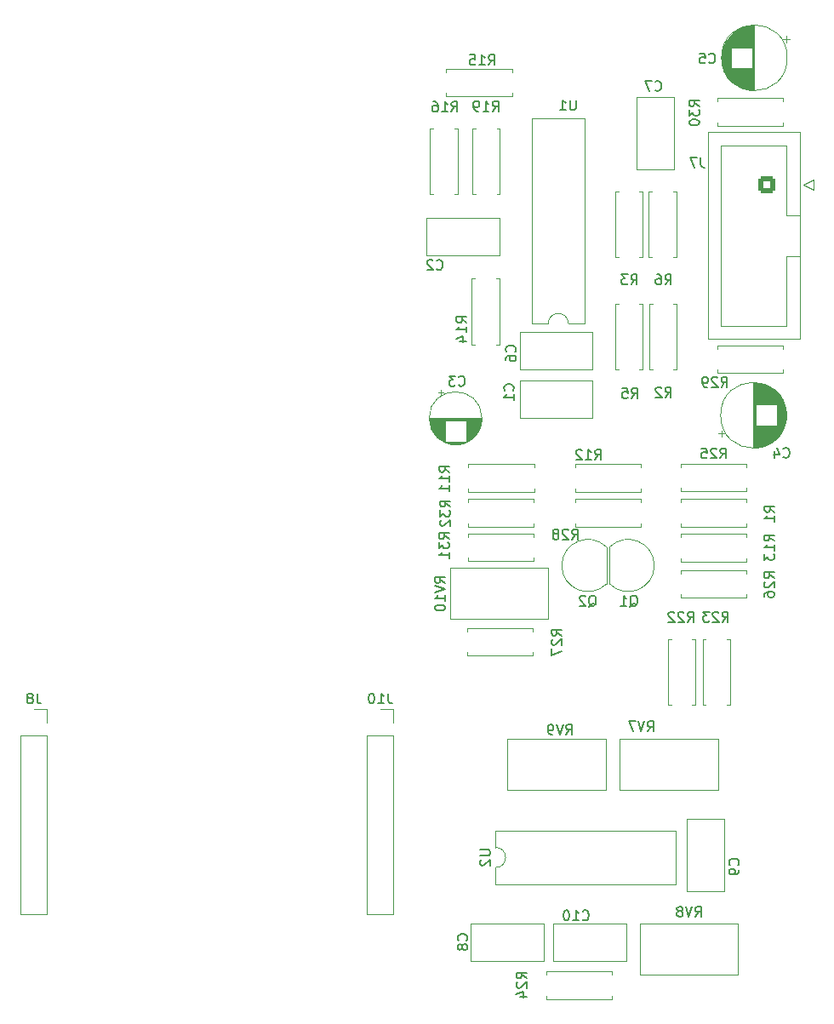
<source format=gbr>
%TF.GenerationSoftware,KiCad,Pcbnew,5.99.0-unknown-fb4343bc8f~130~ubuntu20.04.1*%
%TF.CreationDate,2021-06-28T22:25:34+02:00*%
%TF.ProjectId,MS20-Plus-VCF-v2,4d533230-2d50-46c7-9573-2d5643462d76,rev?*%
%TF.SameCoordinates,Original*%
%TF.FileFunction,Legend,Bot*%
%TF.FilePolarity,Positive*%
%FSLAX46Y46*%
G04 Gerber Fmt 4.6, Leading zero omitted, Abs format (unit mm)*
G04 Created by KiCad (PCBNEW 5.99.0-unknown-fb4343bc8f~130~ubuntu20.04.1) date 2021-06-28 22:25:34*
%MOMM*%
%LPD*%
G01*
G04 APERTURE LIST*
G04 Aperture macros list*
%AMRoundRect*
0 Rectangle with rounded corners*
0 $1 Rounding radius*
0 $2 $3 $4 $5 $6 $7 $8 $9 X,Y pos of 4 corners*
0 Add a 4 corners polygon primitive as box body*
4,1,4,$2,$3,$4,$5,$6,$7,$8,$9,$2,$3,0*
0 Add four circle primitives for the rounded corners*
1,1,$1+$1,$2,$3*
1,1,$1+$1,$4,$5*
1,1,$1+$1,$6,$7*
1,1,$1+$1,$8,$9*
0 Add four rect primitives between the rounded corners*
20,1,$1+$1,$2,$3,$4,$5,0*
20,1,$1+$1,$4,$5,$6,$7,0*
20,1,$1+$1,$6,$7,$8,$9,0*
20,1,$1+$1,$8,$9,$2,$3,0*%
G04 Aperture macros list end*
%ADD10C,0.150000*%
%ADD11C,0.120000*%
%ADD12C,2.000000*%
%ADD13O,1.700000X1.700000*%
%ADD14R,1.700000X1.700000*%
%ADD15O,2.720000X3.240000*%
%ADD16R,1.800000X1.800000*%
%ADD17C,1.800000*%
%ADD18C,1.600000*%
%ADD19O,1.600000X1.600000*%
%ADD20R,1.930000X1.830000*%
%ADD21C,2.130000*%
%ADD22C,6.000000*%
%ADD23O,1.600000X2.000000*%
%ADD24R,1.600000X1.600000*%
%ADD25C,1.440000*%
%ADD26O,1.500000X1.050000*%
%ADD27R,1.500000X1.050000*%
%ADD28C,1.700000*%
%ADD29RoundRect,0.250000X0.600000X0.600000X-0.600000X0.600000X-0.600000X-0.600000X0.600000X-0.600000X0*%
G04 APERTURE END LIST*
D10*
X105292857Y-111502380D02*
X105626190Y-111026190D01*
X105864285Y-111502380D02*
X105864285Y-110502380D01*
X105483333Y-110502380D01*
X105388095Y-110550000D01*
X105340476Y-110597619D01*
X105292857Y-110692857D01*
X105292857Y-110835714D01*
X105340476Y-110930952D01*
X105388095Y-110978571D01*
X105483333Y-111026190D01*
X105864285Y-111026190D01*
X104911904Y-110597619D02*
X104864285Y-110550000D01*
X104769047Y-110502380D01*
X104530952Y-110502380D01*
X104435714Y-110550000D01*
X104388095Y-110597619D01*
X104340476Y-110692857D01*
X104340476Y-110788095D01*
X104388095Y-110930952D01*
X104959523Y-111502380D01*
X104340476Y-111502380D01*
X103959523Y-110597619D02*
X103911904Y-110550000D01*
X103816666Y-110502380D01*
X103578571Y-110502380D01*
X103483333Y-110550000D01*
X103435714Y-110597619D01*
X103388095Y-110692857D01*
X103388095Y-110788095D01*
X103435714Y-110930952D01*
X104007142Y-111502380D01*
X103388095Y-111502380D01*
X114816666Y-95107142D02*
X114864285Y-95154761D01*
X115007142Y-95202380D01*
X115102380Y-95202380D01*
X115245238Y-95154761D01*
X115340476Y-95059523D01*
X115388095Y-94964285D01*
X115435714Y-94773809D01*
X115435714Y-94630952D01*
X115388095Y-94440476D01*
X115340476Y-94345238D01*
X115245238Y-94250000D01*
X115102380Y-94202380D01*
X115007142Y-94202380D01*
X114864285Y-94250000D01*
X114816666Y-94297619D01*
X113959523Y-94535714D02*
X113959523Y-95202380D01*
X114197619Y-94154761D02*
X114435714Y-94869047D01*
X113816666Y-94869047D01*
X113952380Y-100583333D02*
X113476190Y-100250000D01*
X113952380Y-100011904D02*
X112952380Y-100011904D01*
X112952380Y-100392857D01*
X113000000Y-100488095D01*
X113047619Y-100535714D01*
X113142857Y-100583333D01*
X113285714Y-100583333D01*
X113380952Y-100535714D01*
X113428571Y-100488095D01*
X113476190Y-100392857D01*
X113476190Y-100011904D01*
X113952380Y-101535714D02*
X113952380Y-100964285D01*
X113952380Y-101250000D02*
X112952380Y-101250000D01*
X113095238Y-101154761D01*
X113190476Y-101059523D01*
X113238095Y-100964285D01*
X110307142Y-135683333D02*
X110354761Y-135635714D01*
X110402380Y-135492857D01*
X110402380Y-135397619D01*
X110354761Y-135254761D01*
X110259523Y-135159523D01*
X110164285Y-135111904D01*
X109973809Y-135064285D01*
X109830952Y-135064285D01*
X109640476Y-135111904D01*
X109545238Y-135159523D01*
X109450000Y-135254761D01*
X109402380Y-135397619D01*
X109402380Y-135492857D01*
X109450000Y-135635714D01*
X109497619Y-135683333D01*
X110402380Y-136159523D02*
X110402380Y-136350000D01*
X110354761Y-136445238D01*
X110307142Y-136492857D01*
X110164285Y-136588095D01*
X109973809Y-136635714D01*
X109592857Y-136635714D01*
X109497619Y-136588095D01*
X109450000Y-136540476D01*
X109402380Y-136445238D01*
X109402380Y-136254761D01*
X109450000Y-136159523D01*
X109497619Y-136111904D01*
X109592857Y-136064285D01*
X109830952Y-136064285D01*
X109926190Y-136111904D01*
X109973809Y-136159523D01*
X110021428Y-136254761D01*
X110021428Y-136445238D01*
X109973809Y-136540476D01*
X109926190Y-136588095D01*
X109830952Y-136635714D01*
X96092857Y-95352380D02*
X96426190Y-94876190D01*
X96664285Y-95352380D02*
X96664285Y-94352380D01*
X96283333Y-94352380D01*
X96188095Y-94400000D01*
X96140476Y-94447619D01*
X96092857Y-94542857D01*
X96092857Y-94685714D01*
X96140476Y-94780952D01*
X96188095Y-94828571D01*
X96283333Y-94876190D01*
X96664285Y-94876190D01*
X95140476Y-95352380D02*
X95711904Y-95352380D01*
X95426190Y-95352380D02*
X95426190Y-94352380D01*
X95521428Y-94495238D01*
X95616666Y-94590476D01*
X95711904Y-94638095D01*
X94759523Y-94447619D02*
X94711904Y-94400000D01*
X94616666Y-94352380D01*
X94378571Y-94352380D01*
X94283333Y-94400000D01*
X94235714Y-94447619D01*
X94188095Y-94542857D01*
X94188095Y-94638095D01*
X94235714Y-94780952D01*
X94807142Y-95352380D01*
X94188095Y-95352380D01*
X92752380Y-112857142D02*
X92276190Y-112523809D01*
X92752380Y-112285714D02*
X91752380Y-112285714D01*
X91752380Y-112666666D01*
X91800000Y-112761904D01*
X91847619Y-112809523D01*
X91942857Y-112857142D01*
X92085714Y-112857142D01*
X92180952Y-112809523D01*
X92228571Y-112761904D01*
X92276190Y-112666666D01*
X92276190Y-112285714D01*
X91847619Y-113238095D02*
X91800000Y-113285714D01*
X91752380Y-113380952D01*
X91752380Y-113619047D01*
X91800000Y-113714285D01*
X91847619Y-113761904D01*
X91942857Y-113809523D01*
X92038095Y-113809523D01*
X92180952Y-113761904D01*
X92752380Y-113190476D01*
X92752380Y-113809523D01*
X91752380Y-114142857D02*
X91752380Y-114809523D01*
X92752380Y-114380952D01*
X40583333Y-118622380D02*
X40583333Y-119336666D01*
X40630952Y-119479523D01*
X40726190Y-119574761D01*
X40869047Y-119622380D01*
X40964285Y-119622380D01*
X39964285Y-119050952D02*
X40059523Y-119003333D01*
X40107142Y-118955714D01*
X40154761Y-118860476D01*
X40154761Y-118812857D01*
X40107142Y-118717619D01*
X40059523Y-118670000D01*
X39964285Y-118622380D01*
X39773809Y-118622380D01*
X39678571Y-118670000D01*
X39630952Y-118717619D01*
X39583333Y-118812857D01*
X39583333Y-118860476D01*
X39630952Y-118955714D01*
X39678571Y-119003333D01*
X39773809Y-119050952D01*
X39964285Y-119050952D01*
X40059523Y-119098571D01*
X40107142Y-119146190D01*
X40154761Y-119241428D01*
X40154761Y-119431904D01*
X40107142Y-119527142D01*
X40059523Y-119574761D01*
X39964285Y-119622380D01*
X39773809Y-119622380D01*
X39678571Y-119574761D01*
X39630952Y-119527142D01*
X39583333Y-119431904D01*
X39583333Y-119241428D01*
X39630952Y-119146190D01*
X39678571Y-119098571D01*
X39773809Y-119050952D01*
X85892857Y-60702380D02*
X86226190Y-60226190D01*
X86464285Y-60702380D02*
X86464285Y-59702380D01*
X86083333Y-59702380D01*
X85988095Y-59750000D01*
X85940476Y-59797619D01*
X85892857Y-59892857D01*
X85892857Y-60035714D01*
X85940476Y-60130952D01*
X85988095Y-60178571D01*
X86083333Y-60226190D01*
X86464285Y-60226190D01*
X84940476Y-60702380D02*
X85511904Y-60702380D01*
X85226190Y-60702380D02*
X85226190Y-59702380D01*
X85321428Y-59845238D01*
X85416666Y-59940476D01*
X85511904Y-59988095D01*
X84464285Y-60702380D02*
X84273809Y-60702380D01*
X84178571Y-60654761D01*
X84130952Y-60607142D01*
X84035714Y-60464285D01*
X83988095Y-60273809D01*
X83988095Y-59892857D01*
X84035714Y-59797619D01*
X84083333Y-59750000D01*
X84178571Y-59702380D01*
X84369047Y-59702380D01*
X84464285Y-59750000D01*
X84511904Y-59797619D01*
X84559523Y-59892857D01*
X84559523Y-60130952D01*
X84511904Y-60226190D01*
X84464285Y-60273809D01*
X84369047Y-60321428D01*
X84178571Y-60321428D01*
X84083333Y-60273809D01*
X84035714Y-60226190D01*
X83988095Y-60130952D01*
X83302380Y-81757142D02*
X82826190Y-81423809D01*
X83302380Y-81185714D02*
X82302380Y-81185714D01*
X82302380Y-81566666D01*
X82350000Y-81661904D01*
X82397619Y-81709523D01*
X82492857Y-81757142D01*
X82635714Y-81757142D01*
X82730952Y-81709523D01*
X82778571Y-81661904D01*
X82826190Y-81566666D01*
X82826190Y-81185714D01*
X83302380Y-82709523D02*
X83302380Y-82138095D01*
X83302380Y-82423809D02*
X82302380Y-82423809D01*
X82445238Y-82328571D01*
X82540476Y-82233333D01*
X82588095Y-82138095D01*
X82635714Y-83566666D02*
X83302380Y-83566666D01*
X82254761Y-83328571D02*
X82969047Y-83090476D01*
X82969047Y-83709523D01*
X85492857Y-56112380D02*
X85826190Y-55636190D01*
X86064285Y-56112380D02*
X86064285Y-55112380D01*
X85683333Y-55112380D01*
X85588095Y-55160000D01*
X85540476Y-55207619D01*
X85492857Y-55302857D01*
X85492857Y-55445714D01*
X85540476Y-55540952D01*
X85588095Y-55588571D01*
X85683333Y-55636190D01*
X86064285Y-55636190D01*
X84540476Y-56112380D02*
X85111904Y-56112380D01*
X84826190Y-56112380D02*
X84826190Y-55112380D01*
X84921428Y-55255238D01*
X85016666Y-55350476D01*
X85111904Y-55398095D01*
X83635714Y-55112380D02*
X84111904Y-55112380D01*
X84159523Y-55588571D01*
X84111904Y-55540952D01*
X84016666Y-55493333D01*
X83778571Y-55493333D01*
X83683333Y-55540952D01*
X83635714Y-55588571D01*
X83588095Y-55683809D01*
X83588095Y-55921904D01*
X83635714Y-56017142D01*
X83683333Y-56064761D01*
X83778571Y-56112380D01*
X84016666Y-56112380D01*
X84111904Y-56064761D01*
X84159523Y-56017142D01*
X108532857Y-95232380D02*
X108866190Y-94756190D01*
X109104285Y-95232380D02*
X109104285Y-94232380D01*
X108723333Y-94232380D01*
X108628095Y-94280000D01*
X108580476Y-94327619D01*
X108532857Y-94422857D01*
X108532857Y-94565714D01*
X108580476Y-94660952D01*
X108628095Y-94708571D01*
X108723333Y-94756190D01*
X109104285Y-94756190D01*
X108151904Y-94327619D02*
X108104285Y-94280000D01*
X108009047Y-94232380D01*
X107770952Y-94232380D01*
X107675714Y-94280000D01*
X107628095Y-94327619D01*
X107580476Y-94422857D01*
X107580476Y-94518095D01*
X107628095Y-94660952D01*
X108199523Y-95232380D01*
X107580476Y-95232380D01*
X106675714Y-94232380D02*
X107151904Y-94232380D01*
X107199523Y-94708571D01*
X107151904Y-94660952D01*
X107056666Y-94613333D01*
X106818571Y-94613333D01*
X106723333Y-94660952D01*
X106675714Y-94708571D01*
X106628095Y-94803809D01*
X106628095Y-95041904D01*
X106675714Y-95137142D01*
X106723333Y-95184761D01*
X106818571Y-95232380D01*
X107056666Y-95232380D01*
X107151904Y-95184761D01*
X107199523Y-95137142D01*
X81652380Y-100057142D02*
X81176190Y-99723809D01*
X81652380Y-99485714D02*
X80652380Y-99485714D01*
X80652380Y-99866666D01*
X80700000Y-99961904D01*
X80747619Y-100009523D01*
X80842857Y-100057142D01*
X80985714Y-100057142D01*
X81080952Y-100009523D01*
X81128571Y-99961904D01*
X81176190Y-99866666D01*
X81176190Y-99485714D01*
X80652380Y-100390476D02*
X80652380Y-101009523D01*
X81033333Y-100676190D01*
X81033333Y-100819047D01*
X81080952Y-100914285D01*
X81128571Y-100961904D01*
X81223809Y-101009523D01*
X81461904Y-101009523D01*
X81557142Y-100961904D01*
X81604761Y-100914285D01*
X81652380Y-100819047D01*
X81652380Y-100533333D01*
X81604761Y-100438095D01*
X81557142Y-100390476D01*
X80747619Y-101390476D02*
X80700000Y-101438095D01*
X80652380Y-101533333D01*
X80652380Y-101771428D01*
X80700000Y-101866666D01*
X80747619Y-101914285D01*
X80842857Y-101961904D01*
X80938095Y-101961904D01*
X81080952Y-101914285D01*
X81652380Y-101342857D01*
X81652380Y-101961904D01*
X106035238Y-140842380D02*
X106368571Y-140366190D01*
X106606666Y-140842380D02*
X106606666Y-139842380D01*
X106225714Y-139842380D01*
X106130476Y-139890000D01*
X106082857Y-139937619D01*
X106035238Y-140032857D01*
X106035238Y-140175714D01*
X106082857Y-140270952D01*
X106130476Y-140318571D01*
X106225714Y-140366190D01*
X106606666Y-140366190D01*
X105749523Y-139842380D02*
X105416190Y-140842380D01*
X105082857Y-139842380D01*
X104606666Y-140270952D02*
X104701904Y-140223333D01*
X104749523Y-140175714D01*
X104797142Y-140080476D01*
X104797142Y-140032857D01*
X104749523Y-139937619D01*
X104701904Y-139890000D01*
X104606666Y-139842380D01*
X104416190Y-139842380D01*
X104320952Y-139890000D01*
X104273333Y-139937619D01*
X104225714Y-140032857D01*
X104225714Y-140080476D01*
X104273333Y-140175714D01*
X104320952Y-140223333D01*
X104416190Y-140270952D01*
X104606666Y-140270952D01*
X104701904Y-140318571D01*
X104749523Y-140366190D01*
X104797142Y-140461428D01*
X104797142Y-140651904D01*
X104749523Y-140747142D01*
X104701904Y-140794761D01*
X104606666Y-140842380D01*
X104416190Y-140842380D01*
X104320952Y-140794761D01*
X104273333Y-140747142D01*
X104225714Y-140651904D01*
X104225714Y-140461428D01*
X104273333Y-140366190D01*
X104320952Y-140318571D01*
X104416190Y-140270952D01*
X107416666Y-55857142D02*
X107464285Y-55904761D01*
X107607142Y-55952380D01*
X107702380Y-55952380D01*
X107845238Y-55904761D01*
X107940476Y-55809523D01*
X107988095Y-55714285D01*
X108035714Y-55523809D01*
X108035714Y-55380952D01*
X107988095Y-55190476D01*
X107940476Y-55095238D01*
X107845238Y-55000000D01*
X107702380Y-54952380D01*
X107607142Y-54952380D01*
X107464285Y-55000000D01*
X107416666Y-55047619D01*
X106511904Y-54952380D02*
X106988095Y-54952380D01*
X107035714Y-55428571D01*
X106988095Y-55380952D01*
X106892857Y-55333333D01*
X106654761Y-55333333D01*
X106559523Y-55380952D01*
X106511904Y-55428571D01*
X106464285Y-55523809D01*
X106464285Y-55761904D01*
X106511904Y-55857142D01*
X106559523Y-55904761D01*
X106654761Y-55952380D01*
X106892857Y-55952380D01*
X106988095Y-55904761D01*
X107035714Y-55857142D01*
X93195238Y-122702380D02*
X93528571Y-122226190D01*
X93766666Y-122702380D02*
X93766666Y-121702380D01*
X93385714Y-121702380D01*
X93290476Y-121750000D01*
X93242857Y-121797619D01*
X93195238Y-121892857D01*
X93195238Y-122035714D01*
X93242857Y-122130952D01*
X93290476Y-122178571D01*
X93385714Y-122226190D01*
X93766666Y-122226190D01*
X92909523Y-121702380D02*
X92576190Y-122702380D01*
X92242857Y-121702380D01*
X91861904Y-122702380D02*
X91671428Y-122702380D01*
X91576190Y-122654761D01*
X91528571Y-122607142D01*
X91433333Y-122464285D01*
X91385714Y-122273809D01*
X91385714Y-121892857D01*
X91433333Y-121797619D01*
X91480952Y-121750000D01*
X91576190Y-121702380D01*
X91766666Y-121702380D01*
X91861904Y-121750000D01*
X91909523Y-121797619D01*
X91957142Y-121892857D01*
X91957142Y-122130952D01*
X91909523Y-122226190D01*
X91861904Y-122273809D01*
X91766666Y-122321428D01*
X91576190Y-122321428D01*
X91480952Y-122273809D01*
X91433333Y-122226190D01*
X91385714Y-122130952D01*
X99716666Y-89252380D02*
X100050000Y-88776190D01*
X100288095Y-89252380D02*
X100288095Y-88252380D01*
X99907142Y-88252380D01*
X99811904Y-88300000D01*
X99764285Y-88347619D01*
X99716666Y-88442857D01*
X99716666Y-88585714D01*
X99764285Y-88680952D01*
X99811904Y-88728571D01*
X99907142Y-88776190D01*
X100288095Y-88776190D01*
X98811904Y-88252380D02*
X99288095Y-88252380D01*
X99335714Y-88728571D01*
X99288095Y-88680952D01*
X99192857Y-88633333D01*
X98954761Y-88633333D01*
X98859523Y-88680952D01*
X98811904Y-88728571D01*
X98764285Y-88823809D01*
X98764285Y-89061904D01*
X98811904Y-89157142D01*
X98859523Y-89204761D01*
X98954761Y-89252380D01*
X99192857Y-89252380D01*
X99288095Y-89204761D01*
X99335714Y-89157142D01*
X113902380Y-103457142D02*
X113426190Y-103123809D01*
X113902380Y-102885714D02*
X112902380Y-102885714D01*
X112902380Y-103266666D01*
X112950000Y-103361904D01*
X112997619Y-103409523D01*
X113092857Y-103457142D01*
X113235714Y-103457142D01*
X113330952Y-103409523D01*
X113378571Y-103361904D01*
X113426190Y-103266666D01*
X113426190Y-102885714D01*
X113902380Y-104409523D02*
X113902380Y-103838095D01*
X113902380Y-104123809D02*
X112902380Y-104123809D01*
X113045238Y-104028571D01*
X113140476Y-103933333D01*
X113188095Y-103838095D01*
X112902380Y-104742857D02*
X112902380Y-105361904D01*
X113283333Y-105028571D01*
X113283333Y-105171428D01*
X113330952Y-105266666D01*
X113378571Y-105314285D01*
X113473809Y-105361904D01*
X113711904Y-105361904D01*
X113807142Y-105314285D01*
X113854761Y-105266666D01*
X113902380Y-105171428D01*
X113902380Y-104885714D01*
X113854761Y-104790476D01*
X113807142Y-104742857D01*
X81792857Y-60752380D02*
X82126190Y-60276190D01*
X82364285Y-60752380D02*
X82364285Y-59752380D01*
X81983333Y-59752380D01*
X81888095Y-59800000D01*
X81840476Y-59847619D01*
X81792857Y-59942857D01*
X81792857Y-60085714D01*
X81840476Y-60180952D01*
X81888095Y-60228571D01*
X81983333Y-60276190D01*
X82364285Y-60276190D01*
X80840476Y-60752380D02*
X81411904Y-60752380D01*
X81126190Y-60752380D02*
X81126190Y-59752380D01*
X81221428Y-59895238D01*
X81316666Y-59990476D01*
X81411904Y-60038095D01*
X79983333Y-59752380D02*
X80173809Y-59752380D01*
X80269047Y-59800000D01*
X80316666Y-59847619D01*
X80411904Y-59990476D01*
X80459523Y-60180952D01*
X80459523Y-60561904D01*
X80411904Y-60657142D01*
X80364285Y-60704761D01*
X80269047Y-60752380D01*
X80078571Y-60752380D01*
X79983333Y-60704761D01*
X79935714Y-60657142D01*
X79888095Y-60561904D01*
X79888095Y-60323809D01*
X79935714Y-60228571D01*
X79983333Y-60180952D01*
X80078571Y-60133333D01*
X80269047Y-60133333D01*
X80364285Y-60180952D01*
X80411904Y-60228571D01*
X80459523Y-60323809D01*
X102066666Y-58607142D02*
X102114285Y-58654761D01*
X102257142Y-58702380D01*
X102352380Y-58702380D01*
X102495238Y-58654761D01*
X102590476Y-58559523D01*
X102638095Y-58464285D01*
X102685714Y-58273809D01*
X102685714Y-58130952D01*
X102638095Y-57940476D01*
X102590476Y-57845238D01*
X102495238Y-57750000D01*
X102352380Y-57702380D01*
X102257142Y-57702380D01*
X102114285Y-57750000D01*
X102066666Y-57797619D01*
X101733333Y-57702380D02*
X101066666Y-57702380D01*
X101495238Y-58702380D01*
X99666666Y-77952380D02*
X100000000Y-77476190D01*
X100238095Y-77952380D02*
X100238095Y-76952380D01*
X99857142Y-76952380D01*
X99761904Y-77000000D01*
X99714285Y-77047619D01*
X99666666Y-77142857D01*
X99666666Y-77285714D01*
X99714285Y-77380952D01*
X99761904Y-77428571D01*
X99857142Y-77476190D01*
X100238095Y-77476190D01*
X99333333Y-76952380D02*
X98714285Y-76952380D01*
X99047619Y-77333333D01*
X98904761Y-77333333D01*
X98809523Y-77380952D01*
X98761904Y-77428571D01*
X98714285Y-77523809D01*
X98714285Y-77761904D01*
X98761904Y-77857142D01*
X98809523Y-77904761D01*
X98904761Y-77952380D01*
X99190476Y-77952380D01*
X99285714Y-77904761D01*
X99333333Y-77857142D01*
X108742857Y-111502380D02*
X109076190Y-111026190D01*
X109314285Y-111502380D02*
X109314285Y-110502380D01*
X108933333Y-110502380D01*
X108838095Y-110550000D01*
X108790476Y-110597619D01*
X108742857Y-110692857D01*
X108742857Y-110835714D01*
X108790476Y-110930952D01*
X108838095Y-110978571D01*
X108933333Y-111026190D01*
X109314285Y-111026190D01*
X108361904Y-110597619D02*
X108314285Y-110550000D01*
X108219047Y-110502380D01*
X107980952Y-110502380D01*
X107885714Y-110550000D01*
X107838095Y-110597619D01*
X107790476Y-110692857D01*
X107790476Y-110788095D01*
X107838095Y-110930952D01*
X108409523Y-111502380D01*
X107790476Y-111502380D01*
X107457142Y-110502380D02*
X106838095Y-110502380D01*
X107171428Y-110883333D01*
X107028571Y-110883333D01*
X106933333Y-110930952D01*
X106885714Y-110978571D01*
X106838095Y-111073809D01*
X106838095Y-111311904D01*
X106885714Y-111407142D01*
X106933333Y-111454761D01*
X107028571Y-111502380D01*
X107314285Y-111502380D01*
X107409523Y-111454761D01*
X107457142Y-111407142D01*
X88107142Y-84633333D02*
X88154761Y-84585714D01*
X88202380Y-84442857D01*
X88202380Y-84347619D01*
X88154761Y-84204761D01*
X88059523Y-84109523D01*
X87964285Y-84061904D01*
X87773809Y-84014285D01*
X87630952Y-84014285D01*
X87440476Y-84061904D01*
X87345238Y-84109523D01*
X87250000Y-84204761D01*
X87202380Y-84347619D01*
X87202380Y-84442857D01*
X87250000Y-84585714D01*
X87297619Y-84633333D01*
X87202380Y-85490476D02*
X87202380Y-85300000D01*
X87250000Y-85204761D01*
X87297619Y-85157142D01*
X87440476Y-85061904D01*
X87630952Y-85014285D01*
X88011904Y-85014285D01*
X88107142Y-85061904D01*
X88154761Y-85109523D01*
X88202380Y-85204761D01*
X88202380Y-85395238D01*
X88154761Y-85490476D01*
X88107142Y-85538095D01*
X88011904Y-85585714D01*
X87773809Y-85585714D01*
X87678571Y-85538095D01*
X87630952Y-85490476D01*
X87583333Y-85395238D01*
X87583333Y-85204761D01*
X87630952Y-85109523D01*
X87678571Y-85061904D01*
X87773809Y-85014285D01*
X89252380Y-146957142D02*
X88776190Y-146623809D01*
X89252380Y-146385714D02*
X88252380Y-146385714D01*
X88252380Y-146766666D01*
X88300000Y-146861904D01*
X88347619Y-146909523D01*
X88442857Y-146957142D01*
X88585714Y-146957142D01*
X88680952Y-146909523D01*
X88728571Y-146861904D01*
X88776190Y-146766666D01*
X88776190Y-146385714D01*
X88347619Y-147338095D02*
X88300000Y-147385714D01*
X88252380Y-147480952D01*
X88252380Y-147719047D01*
X88300000Y-147814285D01*
X88347619Y-147861904D01*
X88442857Y-147909523D01*
X88538095Y-147909523D01*
X88680952Y-147861904D01*
X89252380Y-147290476D01*
X89252380Y-147909523D01*
X88585714Y-148766666D02*
X89252380Y-148766666D01*
X88204761Y-148528571D02*
X88919047Y-148290476D01*
X88919047Y-148909523D01*
X99545238Y-109997619D02*
X99640476Y-109950000D01*
X99735714Y-109854761D01*
X99878571Y-109711904D01*
X99973809Y-109664285D01*
X100069047Y-109664285D01*
X100021428Y-109902380D02*
X100116666Y-109854761D01*
X100211904Y-109759523D01*
X100259523Y-109569047D01*
X100259523Y-109235714D01*
X100211904Y-109045238D01*
X100116666Y-108950000D01*
X100021428Y-108902380D01*
X99830952Y-108902380D01*
X99735714Y-108950000D01*
X99640476Y-109045238D01*
X99592857Y-109235714D01*
X99592857Y-109569047D01*
X99640476Y-109759523D01*
X99735714Y-109854761D01*
X99830952Y-109902380D01*
X100021428Y-109902380D01*
X98640476Y-109902380D02*
X99211904Y-109902380D01*
X98926190Y-109902380D02*
X98926190Y-108902380D01*
X99021428Y-109045238D01*
X99116666Y-109140476D01*
X99211904Y-109188095D01*
X83307142Y-143183333D02*
X83354761Y-143135714D01*
X83402380Y-142992857D01*
X83402380Y-142897619D01*
X83354761Y-142754761D01*
X83259523Y-142659523D01*
X83164285Y-142611904D01*
X82973809Y-142564285D01*
X82830952Y-142564285D01*
X82640476Y-142611904D01*
X82545238Y-142659523D01*
X82450000Y-142754761D01*
X82402380Y-142897619D01*
X82402380Y-142992857D01*
X82450000Y-143135714D01*
X82497619Y-143183333D01*
X82830952Y-143754761D02*
X82783333Y-143659523D01*
X82735714Y-143611904D01*
X82640476Y-143564285D01*
X82592857Y-143564285D01*
X82497619Y-143611904D01*
X82450000Y-143659523D01*
X82402380Y-143754761D01*
X82402380Y-143945238D01*
X82450000Y-144040476D01*
X82497619Y-144088095D01*
X82592857Y-144135714D01*
X82640476Y-144135714D01*
X82735714Y-144088095D01*
X82783333Y-144040476D01*
X82830952Y-143945238D01*
X82830952Y-143754761D01*
X82878571Y-143659523D01*
X82926190Y-143611904D01*
X83021428Y-143564285D01*
X83211904Y-143564285D01*
X83307142Y-143611904D01*
X83354761Y-143659523D01*
X83402380Y-143754761D01*
X83402380Y-143945238D01*
X83354761Y-144040476D01*
X83307142Y-144088095D01*
X83211904Y-144135714D01*
X83021428Y-144135714D01*
X82926190Y-144088095D01*
X82878571Y-144040476D01*
X82830952Y-143945238D01*
X106452380Y-60207142D02*
X105976190Y-59873809D01*
X106452380Y-59635714D02*
X105452380Y-59635714D01*
X105452380Y-60016666D01*
X105500000Y-60111904D01*
X105547619Y-60159523D01*
X105642857Y-60207142D01*
X105785714Y-60207142D01*
X105880952Y-60159523D01*
X105928571Y-60111904D01*
X105976190Y-60016666D01*
X105976190Y-59635714D01*
X105452380Y-60540476D02*
X105452380Y-61159523D01*
X105833333Y-60826190D01*
X105833333Y-60969047D01*
X105880952Y-61064285D01*
X105928571Y-61111904D01*
X106023809Y-61159523D01*
X106261904Y-61159523D01*
X106357142Y-61111904D01*
X106404761Y-61064285D01*
X106452380Y-60969047D01*
X106452380Y-60683333D01*
X106404761Y-60588095D01*
X106357142Y-60540476D01*
X105452380Y-61778571D02*
X105452380Y-61873809D01*
X105500000Y-61969047D01*
X105547619Y-62016666D01*
X105642857Y-62064285D01*
X105833333Y-62111904D01*
X106071428Y-62111904D01*
X106261904Y-62064285D01*
X106357142Y-62016666D01*
X106404761Y-61969047D01*
X106452380Y-61873809D01*
X106452380Y-61778571D01*
X106404761Y-61683333D01*
X106357142Y-61635714D01*
X106261904Y-61588095D01*
X106071428Y-61540476D01*
X105833333Y-61540476D01*
X105642857Y-61588095D01*
X105547619Y-61635714D01*
X105500000Y-61683333D01*
X105452380Y-61778571D01*
X87907142Y-88483333D02*
X87954761Y-88435714D01*
X88002380Y-88292857D01*
X88002380Y-88197619D01*
X87954761Y-88054761D01*
X87859523Y-87959523D01*
X87764285Y-87911904D01*
X87573809Y-87864285D01*
X87430952Y-87864285D01*
X87240476Y-87911904D01*
X87145238Y-87959523D01*
X87050000Y-88054761D01*
X87002380Y-88197619D01*
X87002380Y-88292857D01*
X87050000Y-88435714D01*
X87097619Y-88483333D01*
X88002380Y-89435714D02*
X88002380Y-88864285D01*
X88002380Y-89150000D02*
X87002380Y-89150000D01*
X87145238Y-89054761D01*
X87240476Y-88959523D01*
X87288095Y-88864285D01*
X106583333Y-65302380D02*
X106583333Y-66016666D01*
X106630952Y-66159523D01*
X106726190Y-66254761D01*
X106869047Y-66302380D01*
X106964285Y-66302380D01*
X106202380Y-65302380D02*
X105535714Y-65302380D01*
X105964285Y-66302380D01*
X81602380Y-96607142D02*
X81126190Y-96273809D01*
X81602380Y-96035714D02*
X80602380Y-96035714D01*
X80602380Y-96416666D01*
X80650000Y-96511904D01*
X80697619Y-96559523D01*
X80792857Y-96607142D01*
X80935714Y-96607142D01*
X81030952Y-96559523D01*
X81078571Y-96511904D01*
X81126190Y-96416666D01*
X81126190Y-96035714D01*
X81602380Y-97559523D02*
X81602380Y-96988095D01*
X81602380Y-97273809D02*
X80602380Y-97273809D01*
X80745238Y-97178571D01*
X80840476Y-97083333D01*
X80888095Y-96988095D01*
X81602380Y-98511904D02*
X81602380Y-97940476D01*
X81602380Y-98226190D02*
X80602380Y-98226190D01*
X80745238Y-98130952D01*
X80840476Y-98035714D01*
X80888095Y-97940476D01*
X80316666Y-76407142D02*
X80364285Y-76454761D01*
X80507142Y-76502380D01*
X80602380Y-76502380D01*
X80745238Y-76454761D01*
X80840476Y-76359523D01*
X80888095Y-76264285D01*
X80935714Y-76073809D01*
X80935714Y-75930952D01*
X80888095Y-75740476D01*
X80840476Y-75645238D01*
X80745238Y-75550000D01*
X80602380Y-75502380D01*
X80507142Y-75502380D01*
X80364285Y-75550000D01*
X80316666Y-75597619D01*
X79935714Y-75597619D02*
X79888095Y-75550000D01*
X79792857Y-75502380D01*
X79554761Y-75502380D01*
X79459523Y-75550000D01*
X79411904Y-75597619D01*
X79364285Y-75692857D01*
X79364285Y-75788095D01*
X79411904Y-75930952D01*
X79983333Y-76502380D01*
X79364285Y-76502380D01*
X81552380Y-103257142D02*
X81076190Y-102923809D01*
X81552380Y-102685714D02*
X80552380Y-102685714D01*
X80552380Y-103066666D01*
X80600000Y-103161904D01*
X80647619Y-103209523D01*
X80742857Y-103257142D01*
X80885714Y-103257142D01*
X80980952Y-103209523D01*
X81028571Y-103161904D01*
X81076190Y-103066666D01*
X81076190Y-102685714D01*
X80552380Y-103590476D02*
X80552380Y-104209523D01*
X80933333Y-103876190D01*
X80933333Y-104019047D01*
X80980952Y-104114285D01*
X81028571Y-104161904D01*
X81123809Y-104209523D01*
X81361904Y-104209523D01*
X81457142Y-104161904D01*
X81504761Y-104114285D01*
X81552380Y-104019047D01*
X81552380Y-103733333D01*
X81504761Y-103638095D01*
X81457142Y-103590476D01*
X81552380Y-105161904D02*
X81552380Y-104590476D01*
X81552380Y-104876190D02*
X80552380Y-104876190D01*
X80695238Y-104780952D01*
X80790476Y-104685714D01*
X80838095Y-104590476D01*
X108642857Y-88152380D02*
X108976190Y-87676190D01*
X109214285Y-88152380D02*
X109214285Y-87152380D01*
X108833333Y-87152380D01*
X108738095Y-87200000D01*
X108690476Y-87247619D01*
X108642857Y-87342857D01*
X108642857Y-87485714D01*
X108690476Y-87580952D01*
X108738095Y-87628571D01*
X108833333Y-87676190D01*
X109214285Y-87676190D01*
X108261904Y-87247619D02*
X108214285Y-87200000D01*
X108119047Y-87152380D01*
X107880952Y-87152380D01*
X107785714Y-87200000D01*
X107738095Y-87247619D01*
X107690476Y-87342857D01*
X107690476Y-87438095D01*
X107738095Y-87580952D01*
X108309523Y-88152380D01*
X107690476Y-88152380D01*
X107214285Y-88152380D02*
X107023809Y-88152380D01*
X106928571Y-88104761D01*
X106880952Y-88057142D01*
X106785714Y-87914285D01*
X106738095Y-87723809D01*
X106738095Y-87342857D01*
X106785714Y-87247619D01*
X106833333Y-87200000D01*
X106928571Y-87152380D01*
X107119047Y-87152380D01*
X107214285Y-87200000D01*
X107261904Y-87247619D01*
X107309523Y-87342857D01*
X107309523Y-87580952D01*
X107261904Y-87676190D01*
X107214285Y-87723809D01*
X107119047Y-87771428D01*
X106928571Y-87771428D01*
X106833333Y-87723809D01*
X106785714Y-87676190D01*
X106738095Y-87580952D01*
X93792857Y-103302380D02*
X94126190Y-102826190D01*
X94364285Y-103302380D02*
X94364285Y-102302380D01*
X93983333Y-102302380D01*
X93888095Y-102350000D01*
X93840476Y-102397619D01*
X93792857Y-102492857D01*
X93792857Y-102635714D01*
X93840476Y-102730952D01*
X93888095Y-102778571D01*
X93983333Y-102826190D01*
X94364285Y-102826190D01*
X93411904Y-102397619D02*
X93364285Y-102350000D01*
X93269047Y-102302380D01*
X93030952Y-102302380D01*
X92935714Y-102350000D01*
X92888095Y-102397619D01*
X92840476Y-102492857D01*
X92840476Y-102588095D01*
X92888095Y-102730952D01*
X93459523Y-103302380D01*
X92840476Y-103302380D01*
X92269047Y-102730952D02*
X92364285Y-102683333D01*
X92411904Y-102635714D01*
X92459523Y-102540476D01*
X92459523Y-102492857D01*
X92411904Y-102397619D01*
X92364285Y-102350000D01*
X92269047Y-102302380D01*
X92078571Y-102302380D01*
X91983333Y-102350000D01*
X91935714Y-102397619D01*
X91888095Y-102492857D01*
X91888095Y-102540476D01*
X91935714Y-102635714D01*
X91983333Y-102683333D01*
X92078571Y-102730952D01*
X92269047Y-102730952D01*
X92364285Y-102778571D01*
X92411904Y-102826190D01*
X92459523Y-102921428D01*
X92459523Y-103111904D01*
X92411904Y-103207142D01*
X92364285Y-103254761D01*
X92269047Y-103302380D01*
X92078571Y-103302380D01*
X91983333Y-103254761D01*
X91935714Y-103207142D01*
X91888095Y-103111904D01*
X91888095Y-102921428D01*
X91935714Y-102826190D01*
X91983333Y-102778571D01*
X92078571Y-102730952D01*
X101295238Y-122402380D02*
X101628571Y-121926190D01*
X101866666Y-122402380D02*
X101866666Y-121402380D01*
X101485714Y-121402380D01*
X101390476Y-121450000D01*
X101342857Y-121497619D01*
X101295238Y-121592857D01*
X101295238Y-121735714D01*
X101342857Y-121830952D01*
X101390476Y-121878571D01*
X101485714Y-121926190D01*
X101866666Y-121926190D01*
X101009523Y-121402380D02*
X100676190Y-122402380D01*
X100342857Y-121402380D01*
X100104761Y-121402380D02*
X99438095Y-121402380D01*
X99866666Y-122402380D01*
X84637380Y-134178095D02*
X85446904Y-134178095D01*
X85542142Y-134225714D01*
X85589761Y-134273333D01*
X85637380Y-134368571D01*
X85637380Y-134559047D01*
X85589761Y-134654285D01*
X85542142Y-134701904D01*
X85446904Y-134749523D01*
X84637380Y-134749523D01*
X84732619Y-135178095D02*
X84685000Y-135225714D01*
X84637380Y-135320952D01*
X84637380Y-135559047D01*
X84685000Y-135654285D01*
X84732619Y-135701904D01*
X84827857Y-135749523D01*
X84923095Y-135749523D01*
X85065952Y-135701904D01*
X85637380Y-135130476D01*
X85637380Y-135749523D01*
X113902380Y-107157142D02*
X113426190Y-106823809D01*
X113902380Y-106585714D02*
X112902380Y-106585714D01*
X112902380Y-106966666D01*
X112950000Y-107061904D01*
X112997619Y-107109523D01*
X113092857Y-107157142D01*
X113235714Y-107157142D01*
X113330952Y-107109523D01*
X113378571Y-107061904D01*
X113426190Y-106966666D01*
X113426190Y-106585714D01*
X112997619Y-107538095D02*
X112950000Y-107585714D01*
X112902380Y-107680952D01*
X112902380Y-107919047D01*
X112950000Y-108014285D01*
X112997619Y-108061904D01*
X113092857Y-108109523D01*
X113188095Y-108109523D01*
X113330952Y-108061904D01*
X113902380Y-107490476D01*
X113902380Y-108109523D01*
X112902380Y-108966666D02*
X112902380Y-108776190D01*
X112950000Y-108680952D01*
X112997619Y-108633333D01*
X113140476Y-108538095D01*
X113330952Y-108490476D01*
X113711904Y-108490476D01*
X113807142Y-108538095D01*
X113854761Y-108585714D01*
X113902380Y-108680952D01*
X113902380Y-108871428D01*
X113854761Y-108966666D01*
X113807142Y-109014285D01*
X113711904Y-109061904D01*
X113473809Y-109061904D01*
X113378571Y-109014285D01*
X113330952Y-108966666D01*
X113283333Y-108871428D01*
X113283333Y-108680952D01*
X113330952Y-108585714D01*
X113378571Y-108538095D01*
X113473809Y-108490476D01*
X103066666Y-89152380D02*
X103400000Y-88676190D01*
X103638095Y-89152380D02*
X103638095Y-88152380D01*
X103257142Y-88152380D01*
X103161904Y-88200000D01*
X103114285Y-88247619D01*
X103066666Y-88342857D01*
X103066666Y-88485714D01*
X103114285Y-88580952D01*
X103161904Y-88628571D01*
X103257142Y-88676190D01*
X103638095Y-88676190D01*
X102685714Y-88247619D02*
X102638095Y-88200000D01*
X102542857Y-88152380D01*
X102304761Y-88152380D01*
X102209523Y-88200000D01*
X102161904Y-88247619D01*
X102114285Y-88342857D01*
X102114285Y-88438095D01*
X102161904Y-88580952D01*
X102733333Y-89152380D01*
X102114285Y-89152380D01*
X82516666Y-87957142D02*
X82564285Y-88004761D01*
X82707142Y-88052380D01*
X82802380Y-88052380D01*
X82945238Y-88004761D01*
X83040476Y-87909523D01*
X83088095Y-87814285D01*
X83135714Y-87623809D01*
X83135714Y-87480952D01*
X83088095Y-87290476D01*
X83040476Y-87195238D01*
X82945238Y-87100000D01*
X82802380Y-87052380D01*
X82707142Y-87052380D01*
X82564285Y-87100000D01*
X82516666Y-87147619D01*
X82183333Y-87052380D02*
X81564285Y-87052380D01*
X81897619Y-87433333D01*
X81754761Y-87433333D01*
X81659523Y-87480952D01*
X81611904Y-87528571D01*
X81564285Y-87623809D01*
X81564285Y-87861904D01*
X81611904Y-87957142D01*
X81659523Y-88004761D01*
X81754761Y-88052380D01*
X82040476Y-88052380D01*
X82135714Y-88004761D01*
X82183333Y-87957142D01*
X103066666Y-77952380D02*
X103400000Y-77476190D01*
X103638095Y-77952380D02*
X103638095Y-76952380D01*
X103257142Y-76952380D01*
X103161904Y-77000000D01*
X103114285Y-77047619D01*
X103066666Y-77142857D01*
X103066666Y-77285714D01*
X103114285Y-77380952D01*
X103161904Y-77428571D01*
X103257142Y-77476190D01*
X103638095Y-77476190D01*
X102209523Y-76952380D02*
X102400000Y-76952380D01*
X102495238Y-77000000D01*
X102542857Y-77047619D01*
X102638095Y-77190476D01*
X102685714Y-77380952D01*
X102685714Y-77761904D01*
X102638095Y-77857142D01*
X102590476Y-77904761D01*
X102495238Y-77952380D01*
X102304761Y-77952380D01*
X102209523Y-77904761D01*
X102161904Y-77857142D01*
X102114285Y-77761904D01*
X102114285Y-77523809D01*
X102161904Y-77428571D01*
X102209523Y-77380952D01*
X102304761Y-77333333D01*
X102495238Y-77333333D01*
X102590476Y-77380952D01*
X102638095Y-77428571D01*
X102685714Y-77523809D01*
X94842857Y-141107142D02*
X94890476Y-141154761D01*
X95033333Y-141202380D01*
X95128571Y-141202380D01*
X95271428Y-141154761D01*
X95366666Y-141059523D01*
X95414285Y-140964285D01*
X95461904Y-140773809D01*
X95461904Y-140630952D01*
X95414285Y-140440476D01*
X95366666Y-140345238D01*
X95271428Y-140250000D01*
X95128571Y-140202380D01*
X95033333Y-140202380D01*
X94890476Y-140250000D01*
X94842857Y-140297619D01*
X93890476Y-141202380D02*
X94461904Y-141202380D01*
X94176190Y-141202380D02*
X94176190Y-140202380D01*
X94271428Y-140345238D01*
X94366666Y-140440476D01*
X94461904Y-140488095D01*
X93271428Y-140202380D02*
X93176190Y-140202380D01*
X93080952Y-140250000D01*
X93033333Y-140297619D01*
X92985714Y-140392857D01*
X92938095Y-140583333D01*
X92938095Y-140821428D01*
X92985714Y-141011904D01*
X93033333Y-141107142D01*
X93080952Y-141154761D01*
X93176190Y-141202380D01*
X93271428Y-141202380D01*
X93366666Y-141154761D01*
X93414285Y-141107142D01*
X93461904Y-141011904D01*
X93509523Y-140821428D01*
X93509523Y-140583333D01*
X93461904Y-140392857D01*
X93414285Y-140297619D01*
X93366666Y-140250000D01*
X93271428Y-140202380D01*
X94161904Y-59602380D02*
X94161904Y-60411904D01*
X94114285Y-60507142D01*
X94066666Y-60554761D01*
X93971428Y-60602380D01*
X93780952Y-60602380D01*
X93685714Y-60554761D01*
X93638095Y-60507142D01*
X93590476Y-60411904D01*
X93590476Y-59602380D01*
X92590476Y-60602380D02*
X93161904Y-60602380D01*
X92876190Y-60602380D02*
X92876190Y-59602380D01*
X92971428Y-59745238D01*
X93066666Y-59840476D01*
X93161904Y-59888095D01*
X95445238Y-109997619D02*
X95540476Y-109950000D01*
X95635714Y-109854761D01*
X95778571Y-109711904D01*
X95873809Y-109664285D01*
X95969047Y-109664285D01*
X95921428Y-109902380D02*
X96016666Y-109854761D01*
X96111904Y-109759523D01*
X96159523Y-109569047D01*
X96159523Y-109235714D01*
X96111904Y-109045238D01*
X96016666Y-108950000D01*
X95921428Y-108902380D01*
X95730952Y-108902380D01*
X95635714Y-108950000D01*
X95540476Y-109045238D01*
X95492857Y-109235714D01*
X95492857Y-109569047D01*
X95540476Y-109759523D01*
X95635714Y-109854761D01*
X95730952Y-109902380D01*
X95921428Y-109902380D01*
X95111904Y-108997619D02*
X95064285Y-108950000D01*
X94969047Y-108902380D01*
X94730952Y-108902380D01*
X94635714Y-108950000D01*
X94588095Y-108997619D01*
X94540476Y-109092857D01*
X94540476Y-109188095D01*
X94588095Y-109330952D01*
X95159523Y-109902380D01*
X94540476Y-109902380D01*
X75509523Y-118622380D02*
X75509523Y-119336666D01*
X75557142Y-119479523D01*
X75652380Y-119574761D01*
X75795238Y-119622380D01*
X75890476Y-119622380D01*
X74509523Y-119622380D02*
X75080952Y-119622380D01*
X74795238Y-119622380D02*
X74795238Y-118622380D01*
X74890476Y-118765238D01*
X74985714Y-118860476D01*
X75080952Y-118908095D01*
X73890476Y-118622380D02*
X73795238Y-118622380D01*
X73700000Y-118670000D01*
X73652380Y-118717619D01*
X73604761Y-118812857D01*
X73557142Y-119003333D01*
X73557142Y-119241428D01*
X73604761Y-119431904D01*
X73652380Y-119527142D01*
X73700000Y-119574761D01*
X73795238Y-119622380D01*
X73890476Y-119622380D01*
X73985714Y-119574761D01*
X74033333Y-119527142D01*
X74080952Y-119431904D01*
X74128571Y-119241428D01*
X74128571Y-119003333D01*
X74080952Y-118812857D01*
X74033333Y-118717619D01*
X73985714Y-118670000D01*
X73890476Y-118622380D01*
X81152380Y-107628571D02*
X80676190Y-107295238D01*
X81152380Y-107057142D02*
X80152380Y-107057142D01*
X80152380Y-107438095D01*
X80200000Y-107533333D01*
X80247619Y-107580952D01*
X80342857Y-107628571D01*
X80485714Y-107628571D01*
X80580952Y-107580952D01*
X80628571Y-107533333D01*
X80676190Y-107438095D01*
X80676190Y-107057142D01*
X80152380Y-107914285D02*
X81152380Y-108247619D01*
X80152380Y-108580952D01*
X81152380Y-109438095D02*
X81152380Y-108866666D01*
X81152380Y-109152380D02*
X80152380Y-109152380D01*
X80295238Y-109057142D01*
X80390476Y-108961904D01*
X80438095Y-108866666D01*
X80152380Y-110057142D02*
X80152380Y-110152380D01*
X80200000Y-110247619D01*
X80247619Y-110295238D01*
X80342857Y-110342857D01*
X80533333Y-110390476D01*
X80771428Y-110390476D01*
X80961904Y-110342857D01*
X81057142Y-110295238D01*
X81104761Y-110247619D01*
X81152380Y-110152380D01*
X81152380Y-110057142D01*
X81104761Y-109961904D01*
X81057142Y-109914285D01*
X80961904Y-109866666D01*
X80771428Y-109819047D01*
X80533333Y-109819047D01*
X80342857Y-109866666D01*
X80247619Y-109914285D01*
X80200000Y-109961904D01*
X80152380Y-110057142D01*
D11*
X105740000Y-119780000D02*
X106070000Y-119780000D01*
X106070000Y-119780000D02*
X106070000Y-113240000D01*
X103330000Y-119780000D02*
X103330000Y-113240000D01*
X103660000Y-119780000D02*
X103330000Y-119780000D01*
X106070000Y-113240000D02*
X105740000Y-113240000D01*
X103330000Y-113240000D02*
X103660000Y-113240000D01*
X115120000Y-90950000D02*
G75*
G03*
X115120000Y-90950000I-3270000J0D01*
G01*
X113971000Y-89910000D02*
X113971000Y-88500000D01*
X114531000Y-92784000D02*
X114531000Y-89116000D01*
X112050000Y-94174000D02*
X112050000Y-87726000D01*
X108349759Y-92789000D02*
X108979759Y-92789000D01*
X111850000Y-94180000D02*
X111850000Y-87720000D01*
X112931000Y-93997000D02*
X112931000Y-91990000D01*
X113931000Y-89910000D02*
X113931000Y-88466000D01*
X112691000Y-94071000D02*
X112691000Y-91990000D01*
X113731000Y-89910000D02*
X113731000Y-88314000D01*
X113611000Y-89910000D02*
X113611000Y-88234000D01*
X112490000Y-94117000D02*
X112490000Y-91990000D01*
X112931000Y-89910000D02*
X112931000Y-87903000D01*
X113091000Y-89910000D02*
X113091000Y-87964000D01*
X114491000Y-92840000D02*
X114491000Y-89060000D01*
X112851000Y-89910000D02*
X112851000Y-87876000D01*
X112771000Y-89910000D02*
X112771000Y-87852000D01*
X112090000Y-94172000D02*
X112090000Y-91990000D01*
X113571000Y-93692000D02*
X113571000Y-91990000D01*
X113611000Y-93666000D02*
X113611000Y-91990000D01*
X112651000Y-89910000D02*
X112651000Y-87819000D01*
X113011000Y-89910000D02*
X113011000Y-87932000D01*
X112370000Y-94139000D02*
X112370000Y-91990000D01*
X112731000Y-89910000D02*
X112731000Y-87840000D01*
X113931000Y-93434000D02*
X113931000Y-91990000D01*
X113051000Y-89910000D02*
X113051000Y-87948000D01*
X112450000Y-89910000D02*
X112450000Y-87775000D01*
X113211000Y-93884000D02*
X113211000Y-91990000D01*
X113851000Y-89910000D02*
X113851000Y-88402000D01*
X113091000Y-93936000D02*
X113091000Y-91990000D01*
X113651000Y-93640000D02*
X113651000Y-91990000D01*
X112090000Y-89910000D02*
X112090000Y-87728000D01*
X114971000Y-91890000D02*
X114971000Y-90010000D01*
X114051000Y-93330000D02*
X114051000Y-91990000D01*
X113491000Y-93740000D02*
X113491000Y-91990000D01*
X112250000Y-94156000D02*
X112250000Y-91990000D01*
X114091000Y-93293000D02*
X114091000Y-91990000D01*
X113251000Y-89910000D02*
X113251000Y-88034000D01*
X112290000Y-89910000D02*
X112290000Y-87749000D01*
X113291000Y-89910000D02*
X113291000Y-88054000D01*
X114851000Y-92212000D02*
X114851000Y-89688000D01*
X112651000Y-94081000D02*
X112651000Y-91990000D01*
X112731000Y-94060000D02*
X112731000Y-91990000D01*
X112530000Y-94109000D02*
X112530000Y-91990000D01*
X112290000Y-94151000D02*
X112290000Y-91990000D01*
X113211000Y-89910000D02*
X113211000Y-88016000D01*
X114251000Y-93132000D02*
X114251000Y-88768000D01*
X113291000Y-93846000D02*
X113291000Y-91990000D01*
X112130000Y-94168000D02*
X112130000Y-91990000D01*
X114051000Y-89910000D02*
X114051000Y-88570000D01*
X112130000Y-89910000D02*
X112130000Y-87732000D01*
X114891000Y-92115000D02*
X114891000Y-89785000D01*
X113371000Y-89910000D02*
X113371000Y-88094000D01*
X113451000Y-89910000D02*
X113451000Y-88138000D01*
X114571000Y-92726000D02*
X114571000Y-89174000D01*
X113171000Y-93902000D02*
X113171000Y-91990000D01*
X113891000Y-89910000D02*
X113891000Y-88434000D01*
X112891000Y-89910000D02*
X112891000Y-87889000D01*
X112210000Y-89910000D02*
X112210000Y-87739000D01*
X112771000Y-94048000D02*
X112771000Y-91990000D01*
X113371000Y-93806000D02*
X113371000Y-91990000D01*
X113771000Y-89910000D02*
X113771000Y-88343000D01*
X113411000Y-93784000D02*
X113411000Y-91990000D01*
X113651000Y-89910000D02*
X113651000Y-88260000D01*
X113891000Y-93466000D02*
X113891000Y-91990000D01*
X113691000Y-89910000D02*
X113691000Y-88286000D01*
X113731000Y-93586000D02*
X113731000Y-91990000D01*
X113131000Y-89910000D02*
X113131000Y-87980000D01*
X113051000Y-93952000D02*
X113051000Y-91990000D01*
X114611000Y-92664000D02*
X114611000Y-89236000D01*
X112691000Y-89910000D02*
X112691000Y-87829000D01*
X114651000Y-92600000D02*
X114651000Y-89300000D01*
X114171000Y-93215000D02*
X114171000Y-88685000D01*
X114451000Y-92894000D02*
X114451000Y-89006000D01*
X114211000Y-93174000D02*
X114211000Y-88726000D01*
X113451000Y-93762000D02*
X113451000Y-91990000D01*
X114331000Y-93042000D02*
X114331000Y-88858000D01*
X113251000Y-93866000D02*
X113251000Y-91990000D01*
X114291000Y-93087000D02*
X114291000Y-88813000D01*
X113131000Y-93920000D02*
X113131000Y-91990000D01*
X112571000Y-94100000D02*
X112571000Y-91990000D01*
X113811000Y-89910000D02*
X113811000Y-88372000D01*
X113691000Y-93614000D02*
X113691000Y-91990000D01*
X113531000Y-89910000D02*
X113531000Y-88184000D01*
X115051000Y-91583000D02*
X115051000Y-90317000D01*
X115011000Y-91752000D02*
X115011000Y-90148000D01*
X113171000Y-89910000D02*
X113171000Y-87998000D01*
X112210000Y-94161000D02*
X112210000Y-91990000D01*
X112611000Y-89910000D02*
X112611000Y-87809000D01*
X114131000Y-93255000D02*
X114131000Y-91990000D01*
X113531000Y-93716000D02*
X113531000Y-91990000D01*
X112170000Y-94165000D02*
X112170000Y-91990000D01*
X113411000Y-89910000D02*
X113411000Y-88116000D01*
X115091000Y-91352000D02*
X115091000Y-90548000D01*
X112851000Y-94024000D02*
X112851000Y-91990000D01*
X114691000Y-92531000D02*
X114691000Y-89369000D01*
X112410000Y-94132000D02*
X112410000Y-91990000D01*
X112811000Y-94036000D02*
X112811000Y-91990000D01*
X113811000Y-93528000D02*
X113811000Y-91990000D01*
X111930000Y-94180000D02*
X111930000Y-87720000D01*
X114931000Y-92009000D02*
X114931000Y-89891000D01*
X114771000Y-92382000D02*
X114771000Y-89518000D01*
X111970000Y-94178000D02*
X111970000Y-87722000D01*
X114411000Y-92945000D02*
X114411000Y-88955000D01*
X114371000Y-92994000D02*
X114371000Y-88906000D01*
X112490000Y-89910000D02*
X112490000Y-87783000D01*
X114131000Y-89910000D02*
X114131000Y-88645000D01*
X113971000Y-93400000D02*
X113971000Y-91990000D01*
X112250000Y-89910000D02*
X112250000Y-87744000D01*
X112410000Y-89910000D02*
X112410000Y-87768000D01*
X113571000Y-89910000D02*
X113571000Y-88208000D01*
X113491000Y-89910000D02*
X113491000Y-88160000D01*
X112811000Y-89910000D02*
X112811000Y-87864000D01*
X114811000Y-92300000D02*
X114811000Y-89600000D01*
X114011000Y-89910000D02*
X114011000Y-88534000D01*
X113331000Y-89910000D02*
X113331000Y-88074000D01*
X113851000Y-93498000D02*
X113851000Y-91990000D01*
X113331000Y-93826000D02*
X113331000Y-91990000D01*
X112450000Y-94125000D02*
X112450000Y-91990000D01*
X108664759Y-93104000D02*
X108664759Y-92474000D01*
X111890000Y-94180000D02*
X111890000Y-87720000D01*
X112330000Y-94145000D02*
X112330000Y-91990000D01*
X114011000Y-93366000D02*
X114011000Y-91990000D01*
X112530000Y-89910000D02*
X112530000Y-87791000D01*
X112370000Y-89910000D02*
X112370000Y-87761000D01*
X112571000Y-89910000D02*
X112571000Y-87800000D01*
X114091000Y-89910000D02*
X114091000Y-88607000D01*
X113771000Y-93557000D02*
X113771000Y-91990000D01*
X112170000Y-89910000D02*
X112170000Y-87735000D01*
X112611000Y-94091000D02*
X112611000Y-91990000D01*
X114731000Y-92459000D02*
X114731000Y-89441000D01*
X112891000Y-94011000D02*
X112891000Y-91990000D01*
X112971000Y-93983000D02*
X112971000Y-91990000D01*
X112010000Y-94177000D02*
X112010000Y-87723000D01*
X113011000Y-93968000D02*
X113011000Y-91990000D01*
X112330000Y-89910000D02*
X112330000Y-87755000D01*
X112971000Y-89910000D02*
X112971000Y-87917000D01*
X104590000Y-99280000D02*
X111130000Y-99280000D01*
X104590000Y-101690000D02*
X104590000Y-102020000D01*
X104590000Y-99610000D02*
X104590000Y-99280000D01*
X111130000Y-102020000D02*
X111130000Y-101690000D01*
X111130000Y-99280000D02*
X111130000Y-99610000D01*
X104590000Y-102020000D02*
X111130000Y-102020000D01*
X105230000Y-131080000D02*
X105230000Y-138320000D01*
X108970000Y-131080000D02*
X108970000Y-138320000D01*
X105230000Y-138320000D02*
X108970000Y-138320000D01*
X105230000Y-131080000D02*
X108970000Y-131080000D01*
X100620000Y-95830000D02*
X100620000Y-96160000D01*
X100620000Y-98570000D02*
X100620000Y-98240000D01*
X94080000Y-98570000D02*
X100620000Y-98570000D01*
X94080000Y-95830000D02*
X100620000Y-95830000D01*
X94080000Y-96160000D02*
X94080000Y-95830000D01*
X94080000Y-98240000D02*
X94080000Y-98570000D01*
X83380000Y-112130000D02*
X83380000Y-112460000D01*
X83380000Y-114870000D02*
X83380000Y-114540000D01*
X89920000Y-112460000D02*
X89920000Y-112130000D01*
X89920000Y-114870000D02*
X83380000Y-114870000D01*
X89920000Y-112130000D02*
X83380000Y-112130000D01*
X89920000Y-114540000D02*
X89920000Y-114870000D01*
X41580000Y-120170000D02*
X40250000Y-120170000D01*
X41580000Y-121500000D02*
X41580000Y-120170000D01*
X41580000Y-122770000D02*
X41580000Y-140610000D01*
X41580000Y-122770000D02*
X38920000Y-122770000D01*
X41580000Y-140610000D02*
X38920000Y-140610000D01*
X38920000Y-122770000D02*
X38920000Y-140610000D01*
X86620000Y-62420000D02*
X86290000Y-62420000D01*
X83880000Y-62420000D02*
X84210000Y-62420000D01*
X86290000Y-68960000D02*
X86620000Y-68960000D01*
X84210000Y-68960000D02*
X83880000Y-68960000D01*
X86620000Y-68960000D02*
X86620000Y-62420000D01*
X83880000Y-68960000D02*
X83880000Y-62420000D01*
X86570000Y-77380000D02*
X86240000Y-77380000D01*
X84160000Y-83920000D02*
X83830000Y-83920000D01*
X83830000Y-77380000D02*
X84160000Y-77380000D01*
X86570000Y-83920000D02*
X86570000Y-77380000D01*
X83830000Y-83920000D02*
X83830000Y-77380000D01*
X86240000Y-83920000D02*
X86570000Y-83920000D01*
X87830000Y-56480000D02*
X87830000Y-56810000D01*
X81290000Y-56810000D02*
X81290000Y-56480000D01*
X81290000Y-59220000D02*
X87830000Y-59220000D01*
X81290000Y-56480000D02*
X87830000Y-56480000D01*
X87830000Y-59220000D02*
X87830000Y-58890000D01*
X81290000Y-58890000D02*
X81290000Y-59220000D01*
X104620000Y-98520000D02*
X104620000Y-98190000D01*
X111160000Y-98520000D02*
X104620000Y-98520000D01*
X104620000Y-95780000D02*
X104620000Y-96110000D01*
X111160000Y-96110000D02*
X111160000Y-95780000D01*
X111160000Y-98190000D02*
X111160000Y-98520000D01*
X111160000Y-95780000D02*
X104620000Y-95780000D01*
X83430000Y-101690000D02*
X83430000Y-102020000D01*
X83430000Y-102020000D02*
X89970000Y-102020000D01*
X89970000Y-99280000D02*
X89970000Y-99610000D01*
X83430000Y-99610000D02*
X83430000Y-99280000D01*
X89970000Y-102020000D02*
X89970000Y-101690000D01*
X83430000Y-99280000D02*
X89970000Y-99280000D01*
X110325000Y-141520000D02*
X110325000Y-146590000D01*
X110325000Y-141520000D02*
X100555000Y-141520000D01*
X110325000Y-146590000D02*
X100555000Y-146590000D01*
X100555000Y-141520000D02*
X100555000Y-146590000D01*
X115202380Y-55400000D02*
G75*
G03*
X115202380Y-55400000I-3270000J0D01*
G01*
X111692380Y-56440000D02*
X111692380Y-58622000D01*
X111492380Y-56440000D02*
X111492380Y-58601000D01*
X111252380Y-56440000D02*
X111252380Y-58559000D01*
X110611380Y-52448000D02*
X110611380Y-54360000D01*
X110291380Y-52610000D02*
X110291380Y-54360000D01*
X108891380Y-54235000D02*
X108891380Y-56565000D01*
X109611380Y-53135000D02*
X109611380Y-57665000D01*
X111612380Y-52185000D02*
X111612380Y-54360000D01*
X111091380Y-52279000D02*
X111091380Y-54360000D01*
X115432621Y-53561000D02*
X114802621Y-53561000D01*
X110051380Y-56440000D02*
X110051380Y-58036000D01*
X109691380Y-53057000D02*
X109691380Y-54360000D01*
X110491380Y-56440000D02*
X110491380Y-58296000D01*
X110011380Y-56440000D02*
X110011380Y-58007000D01*
X108851380Y-54341000D02*
X108851380Y-56459000D01*
X111332380Y-52225000D02*
X111332380Y-54360000D01*
X109851380Y-52916000D02*
X109851380Y-54360000D01*
X108971380Y-54050000D02*
X108971380Y-56750000D01*
X111452380Y-52205000D02*
X111452380Y-54360000D01*
X109891380Y-56440000D02*
X109891380Y-57916000D01*
X110531380Y-52484000D02*
X110531380Y-54360000D01*
X110691380Y-52414000D02*
X110691380Y-54360000D01*
X109771380Y-52984000D02*
X109771380Y-54360000D01*
X109931380Y-52852000D02*
X109931380Y-54360000D01*
X110491380Y-52504000D02*
X110491380Y-54360000D01*
X110451380Y-52524000D02*
X110451380Y-54360000D01*
X111692380Y-52178000D02*
X111692380Y-54360000D01*
X111532380Y-56440000D02*
X111532380Y-58606000D01*
X111372380Y-56440000D02*
X111372380Y-58582000D01*
X111732380Y-52176000D02*
X111732380Y-58624000D01*
X110211380Y-52658000D02*
X110211380Y-54360000D01*
X111011380Y-56440000D02*
X111011380Y-58498000D01*
X111812380Y-52172000D02*
X111812380Y-58628000D01*
X111171380Y-52259000D02*
X111171380Y-54360000D01*
X110331380Y-56440000D02*
X110331380Y-58212000D01*
X108811380Y-54460000D02*
X108811380Y-56340000D01*
X109891380Y-52884000D02*
X109891380Y-54360000D01*
X110571380Y-56440000D02*
X110571380Y-58334000D01*
X110051380Y-52764000D02*
X110051380Y-54360000D01*
X109371380Y-53405000D02*
X109371380Y-57395000D01*
X110211380Y-56440000D02*
X110211380Y-58142000D01*
X111492380Y-52199000D02*
X111492380Y-54360000D01*
X109651380Y-56440000D02*
X109651380Y-57705000D01*
X111131380Y-56440000D02*
X111131380Y-58531000D01*
X109571380Y-53176000D02*
X109571380Y-57624000D01*
X109051380Y-53891000D02*
X109051380Y-56909000D01*
X111011380Y-52302000D02*
X111011380Y-54360000D01*
X111372380Y-52218000D02*
X111372380Y-54360000D01*
X108931380Y-54138000D02*
X108931380Y-56662000D01*
X110971380Y-56440000D02*
X110971380Y-58486000D01*
X110891380Y-56440000D02*
X110891380Y-58461000D01*
X110811380Y-56440000D02*
X110811380Y-58433000D01*
X111572380Y-56440000D02*
X111572380Y-58611000D01*
X109531380Y-53218000D02*
X109531380Y-57582000D01*
X110091380Y-56440000D02*
X110091380Y-58064000D01*
X111131380Y-52269000D02*
X111131380Y-54360000D01*
X111292380Y-52233000D02*
X111292380Y-54360000D01*
X110411380Y-56440000D02*
X110411380Y-58256000D01*
X111051380Y-52290000D02*
X111051380Y-54360000D01*
X110171380Y-52684000D02*
X110171380Y-54360000D01*
X111452380Y-56440000D02*
X111452380Y-58595000D01*
X109131380Y-53750000D02*
X109131380Y-57050000D01*
X110851380Y-52353000D02*
X110851380Y-54360000D01*
X110931380Y-56440000D02*
X110931380Y-58474000D01*
X109211380Y-53624000D02*
X109211380Y-57176000D01*
X109971380Y-56440000D02*
X109971380Y-57978000D01*
X111572380Y-52189000D02*
X111572380Y-54360000D01*
X109411380Y-53356000D02*
X109411380Y-57444000D01*
X110651380Y-56440000D02*
X110651380Y-58370000D01*
X110731380Y-52398000D02*
X110731380Y-54360000D01*
X109651380Y-53095000D02*
X109651380Y-54360000D01*
X111412380Y-56440000D02*
X111412380Y-58589000D01*
X111772380Y-52173000D02*
X111772380Y-58627000D01*
X109091380Y-53819000D02*
X109091380Y-56981000D01*
X109451380Y-53308000D02*
X109451380Y-57492000D01*
X109491380Y-53263000D02*
X109491380Y-57537000D01*
X110891380Y-52339000D02*
X110891380Y-54360000D01*
X110371380Y-56440000D02*
X110371380Y-58234000D01*
X110171380Y-56440000D02*
X110171380Y-58116000D01*
X111532380Y-52194000D02*
X111532380Y-54360000D01*
X110251380Y-52634000D02*
X110251380Y-54360000D01*
X111412380Y-52211000D02*
X111412380Y-54360000D01*
X110531380Y-56440000D02*
X110531380Y-58316000D01*
X110971380Y-52314000D02*
X110971380Y-54360000D01*
X110091380Y-52736000D02*
X110091380Y-54360000D01*
X110291380Y-56440000D02*
X110291380Y-58190000D01*
X110331380Y-52588000D02*
X110331380Y-54360000D01*
X110571380Y-52466000D02*
X110571380Y-54360000D01*
X111932380Y-52170000D02*
X111932380Y-58630000D01*
X111091380Y-56440000D02*
X111091380Y-58521000D01*
X111252380Y-52241000D02*
X111252380Y-54360000D01*
X111332380Y-56440000D02*
X111332380Y-58575000D01*
X110251380Y-56440000D02*
X110251380Y-58166000D01*
X111051380Y-56440000D02*
X111051380Y-58510000D01*
X109011380Y-53968000D02*
X109011380Y-56832000D01*
X109171380Y-53686000D02*
X109171380Y-57114000D01*
X110811380Y-52367000D02*
X110811380Y-54360000D01*
X110771380Y-52382000D02*
X110771380Y-54360000D01*
X110731380Y-56440000D02*
X110731380Y-58402000D01*
X111652380Y-56440000D02*
X111652380Y-58618000D01*
X111652380Y-52182000D02*
X111652380Y-54360000D01*
X109771380Y-56440000D02*
X109771380Y-57816000D01*
X110451380Y-56440000D02*
X110451380Y-58276000D01*
X109291380Y-53510000D02*
X109291380Y-57290000D01*
X110011380Y-52793000D02*
X110011380Y-54360000D01*
X110371380Y-52566000D02*
X110371380Y-54360000D01*
X109251380Y-53566000D02*
X109251380Y-57234000D01*
X111852380Y-52170000D02*
X111852380Y-58630000D01*
X109851380Y-56440000D02*
X109851380Y-57884000D01*
X110931380Y-52326000D02*
X110931380Y-54360000D01*
X110411380Y-52544000D02*
X110411380Y-54360000D01*
X111211380Y-52250000D02*
X111211380Y-54360000D01*
X108731380Y-54767000D02*
X108731380Y-56033000D01*
X109731380Y-53020000D02*
X109731380Y-54360000D01*
X109811380Y-52950000D02*
X109811380Y-54360000D01*
X109971380Y-52822000D02*
X109971380Y-54360000D01*
X108771380Y-54598000D02*
X108771380Y-56202000D01*
X110131380Y-56440000D02*
X110131380Y-58090000D01*
X109731380Y-56440000D02*
X109731380Y-57780000D01*
X110851380Y-56440000D02*
X110851380Y-58447000D01*
X110131380Y-52710000D02*
X110131380Y-54360000D01*
X111211380Y-56440000D02*
X111211380Y-58550000D01*
X111171380Y-56440000D02*
X111171380Y-58541000D01*
X110651380Y-52430000D02*
X110651380Y-54360000D01*
X111292380Y-56440000D02*
X111292380Y-58567000D01*
X111612380Y-56440000D02*
X111612380Y-58615000D01*
X110691380Y-56440000D02*
X110691380Y-58386000D01*
X111892380Y-52170000D02*
X111892380Y-58630000D01*
X109331380Y-53456000D02*
X109331380Y-57344000D01*
X110611380Y-56440000D02*
X110611380Y-58352000D01*
X108691380Y-54998000D02*
X108691380Y-55802000D01*
X109931380Y-56440000D02*
X109931380Y-57948000D01*
X109691380Y-56440000D02*
X109691380Y-57743000D01*
X115117621Y-53246000D02*
X115117621Y-53876000D01*
X110771380Y-56440000D02*
X110771380Y-58418000D01*
X109811380Y-56440000D02*
X109811380Y-57850000D01*
X87375000Y-128230000D02*
X87375000Y-123160000D01*
X87375000Y-123160000D02*
X97145000Y-123160000D01*
X97145000Y-128230000D02*
X97145000Y-123160000D01*
X87375000Y-128230000D02*
X97145000Y-128230000D01*
X98080000Y-86400000D02*
X98080000Y-79860000D01*
X100820000Y-79860000D02*
X100490000Y-79860000D01*
X100820000Y-86400000D02*
X100820000Y-79860000D01*
X98080000Y-79860000D02*
X98410000Y-79860000D01*
X98410000Y-86400000D02*
X98080000Y-86400000D01*
X100490000Y-86400000D02*
X100820000Y-86400000D01*
X111130000Y-105520000D02*
X111130000Y-105190000D01*
X104590000Y-103110000D02*
X104590000Y-102780000D01*
X111130000Y-102780000D02*
X111130000Y-103110000D01*
X104590000Y-105190000D02*
X104590000Y-105520000D01*
X104590000Y-102780000D02*
X111130000Y-102780000D01*
X104590000Y-105520000D02*
X111130000Y-105520000D01*
X82420000Y-68970000D02*
X82090000Y-68970000D01*
X82090000Y-62430000D02*
X82420000Y-62430000D01*
X82420000Y-62430000D02*
X82420000Y-68970000D01*
X79680000Y-68970000D02*
X80010000Y-68970000D01*
X80010000Y-62430000D02*
X79680000Y-62430000D01*
X79680000Y-62430000D02*
X79680000Y-68970000D01*
X103970000Y-66510000D02*
X100230000Y-66510000D01*
X103970000Y-66510000D02*
X103970000Y-59270000D01*
X103970000Y-59270000D02*
X100230000Y-59270000D01*
X100230000Y-66510000D02*
X100230000Y-59270000D01*
X98080000Y-68670000D02*
X98410000Y-68670000D01*
X100820000Y-75210000D02*
X100820000Y-68670000D01*
X98410000Y-75210000D02*
X98080000Y-75210000D01*
X100820000Y-68670000D02*
X100490000Y-68670000D01*
X100490000Y-75210000D02*
X100820000Y-75210000D01*
X98080000Y-75210000D02*
X98080000Y-68670000D01*
X106780000Y-113230000D02*
X107110000Y-113230000D01*
X109190000Y-119770000D02*
X109520000Y-119770000D01*
X109520000Y-119770000D02*
X109520000Y-113230000D01*
X109520000Y-113230000D02*
X109190000Y-113230000D01*
X106780000Y-119770000D02*
X106780000Y-113230000D01*
X107110000Y-119770000D02*
X106780000Y-119770000D01*
X95820000Y-82670000D02*
X95820000Y-86410000D01*
X88580000Y-82670000D02*
X88580000Y-86410000D01*
X95820000Y-82670000D02*
X88580000Y-82670000D01*
X95820000Y-86410000D02*
X88580000Y-86410000D01*
X97740000Y-148690000D02*
X97740000Y-149020000D01*
X97740000Y-146610000D02*
X97740000Y-146280000D01*
X97740000Y-149020000D02*
X91200000Y-149020000D01*
X97740000Y-146280000D02*
X91200000Y-146280000D01*
X91200000Y-149020000D02*
X91200000Y-148690000D01*
X91200000Y-146280000D02*
X91200000Y-146610000D01*
X97539022Y-104061522D02*
G75*
G02*
X101977500Y-105900000I1838478J-1838478D01*
G01*
X97539022Y-107738478D02*
G75*
G03*
X101977500Y-105900000I1838478J1838478D01*
G01*
X97527500Y-107700000D02*
X97527500Y-104100000D01*
X90970000Y-145220000D02*
X90970000Y-141480000D01*
X83730000Y-145220000D02*
X83730000Y-141480000D01*
X83730000Y-145220000D02*
X90970000Y-145220000D01*
X83730000Y-141480000D02*
X90970000Y-141480000D01*
X114760000Y-59760000D02*
X114760000Y-59430000D01*
X114760000Y-61840000D02*
X114760000Y-62170000D01*
X108220000Y-59430000D02*
X108220000Y-59760000D01*
X108220000Y-62170000D02*
X108220000Y-61840000D01*
X114760000Y-59430000D02*
X108220000Y-59430000D01*
X114760000Y-62170000D02*
X108220000Y-62170000D01*
X95820000Y-87470000D02*
X88580000Y-87470000D01*
X95820000Y-91210000D02*
X88580000Y-91210000D01*
X95820000Y-87470000D02*
X95820000Y-91210000D01*
X88580000Y-87470000D02*
X88580000Y-91210000D01*
X116442500Y-83390000D02*
X116442500Y-62810000D01*
X117832500Y-68520000D02*
X116832500Y-68020000D01*
X115132500Y-82090000D02*
X115132500Y-75150000D01*
X115132500Y-75150000D02*
X115132500Y-75150000D01*
X116442500Y-62810000D02*
X107322500Y-62810000D01*
X116832500Y-68020000D02*
X117832500Y-67520000D01*
X115132500Y-75150000D02*
X116442500Y-75150000D01*
X115132500Y-64110000D02*
X108632500Y-64110000D01*
X116442500Y-71050000D02*
X115132500Y-71050000D01*
X107322500Y-83390000D02*
X116442500Y-83390000D01*
X115132500Y-71050000D02*
X115132500Y-64110000D01*
X108632500Y-64110000D02*
X108632500Y-82090000D01*
X108632500Y-82090000D02*
X115132500Y-82090000D01*
X117832500Y-67520000D02*
X117832500Y-68520000D01*
X107322500Y-62810000D02*
X107322500Y-83390000D01*
X83490000Y-95830000D02*
X90030000Y-95830000D01*
X90030000Y-98570000D02*
X90030000Y-98240000D01*
X83490000Y-98570000D02*
X90030000Y-98570000D01*
X83490000Y-98240000D02*
X83490000Y-98570000D01*
X90030000Y-95830000D02*
X90030000Y-96160000D01*
X83490000Y-96160000D02*
X83490000Y-95830000D01*
X86570000Y-71320000D02*
X86570000Y-75060000D01*
X86570000Y-71320000D02*
X79330000Y-71320000D01*
X86570000Y-75060000D02*
X79330000Y-75060000D01*
X79330000Y-71320000D02*
X79330000Y-75060000D01*
X83430000Y-105470000D02*
X83430000Y-105140000D01*
X89970000Y-103060000D02*
X89970000Y-102730000D01*
X83430000Y-102730000D02*
X83430000Y-103060000D01*
X89970000Y-105470000D02*
X83430000Y-105470000D01*
X89970000Y-102730000D02*
X83430000Y-102730000D01*
X89970000Y-105140000D02*
X89970000Y-105470000D01*
X108240000Y-86760000D02*
X114780000Y-86760000D01*
X114780000Y-84020000D02*
X114780000Y-84350000D01*
X108240000Y-84350000D02*
X108240000Y-84020000D01*
X114780000Y-86760000D02*
X114780000Y-86430000D01*
X108240000Y-86430000D02*
X108240000Y-86760000D01*
X108240000Y-84020000D02*
X114780000Y-84020000D01*
X100620000Y-99280000D02*
X100620000Y-99610000D01*
X100620000Y-102020000D02*
X100620000Y-101690000D01*
X94080000Y-99280000D02*
X100620000Y-99280000D01*
X94080000Y-102020000D02*
X100620000Y-102020000D01*
X94080000Y-101690000D02*
X94080000Y-102020000D01*
X94080000Y-99610000D02*
X94080000Y-99280000D01*
X98555000Y-123170000D02*
X98555000Y-128240000D01*
X108325000Y-128240000D02*
X98555000Y-128240000D01*
X108325000Y-123170000D02*
X108325000Y-128240000D01*
X108325000Y-123170000D02*
X98555000Y-123170000D01*
X86185000Y-135940000D02*
G75*
G03*
X86185000Y-133940000I0J1000000D01*
G01*
X104085000Y-132290000D02*
X104085000Y-137590000D01*
X86185000Y-133940000D02*
X86185000Y-132290000D01*
X86185000Y-137590000D02*
X86185000Y-135940000D01*
X86185000Y-132290000D02*
X104085000Y-132290000D01*
X104085000Y-137590000D02*
X86185000Y-137590000D01*
X111130000Y-106380000D02*
X111130000Y-106710000D01*
X104590000Y-109120000D02*
X111130000Y-109120000D01*
X104590000Y-106710000D02*
X104590000Y-106380000D01*
X104590000Y-106380000D02*
X111130000Y-106380000D01*
X104590000Y-108790000D02*
X104590000Y-109120000D01*
X111130000Y-109120000D02*
X111130000Y-108790000D01*
X101480000Y-86410000D02*
X101480000Y-79870000D01*
X104220000Y-79870000D02*
X103890000Y-79870000D01*
X101480000Y-79870000D02*
X101810000Y-79870000D01*
X103890000Y-86410000D02*
X104220000Y-86410000D01*
X104220000Y-86410000D02*
X104220000Y-79870000D01*
X101810000Y-86410000D02*
X101480000Y-86410000D01*
X84820000Y-91244888D02*
G75*
G03*
X84820000Y-91244888I-2620000J0D01*
G01*
X79627000Y-91444888D02*
X84773000Y-91444888D01*
X79644000Y-91604888D02*
X81160000Y-91604888D01*
X79624000Y-91404888D02*
X84776000Y-91404888D01*
X83240000Y-93365888D02*
X83700000Y-93365888D01*
X83240000Y-92925888D02*
X84171000Y-92925888D01*
X79772000Y-92125888D02*
X81160000Y-92125888D01*
X83240000Y-92005888D02*
X84668000Y-92005888D01*
X79871000Y-92365888D02*
X81160000Y-92365888D01*
X79621000Y-91324888D02*
X84779000Y-91324888D01*
X81682000Y-93805888D02*
X82718000Y-93805888D01*
X79620000Y-91244888D02*
X84780000Y-91244888D01*
X83240000Y-93485888D02*
X83519000Y-93485888D01*
X81102000Y-93605888D02*
X83298000Y-93605888D01*
X83240000Y-93205888D02*
X83899000Y-93205888D01*
X80475000Y-88690113D02*
X80975000Y-88690113D01*
X80051000Y-92685888D02*
X81160000Y-92685888D01*
X80700000Y-93365888D02*
X81160000Y-93365888D01*
X79657000Y-91684888D02*
X81160000Y-91684888D01*
X83240000Y-92605888D02*
X84400000Y-92605888D01*
X80135000Y-92805888D02*
X81160000Y-92805888D01*
X83240000Y-92405888D02*
X84510000Y-92405888D01*
X80025000Y-92645888D02*
X81160000Y-92645888D01*
X83240000Y-92445888D02*
X84490000Y-92445888D01*
X83240000Y-93045888D02*
X84064000Y-93045888D01*
X83240000Y-92205888D02*
X84598000Y-92205888D01*
X83240000Y-93445888D02*
X83583000Y-93445888D01*
X83240000Y-93245888D02*
X83853000Y-93245888D01*
X80646000Y-93325888D02*
X81160000Y-93325888D01*
X80501000Y-93205888D02*
X81160000Y-93205888D01*
X79620000Y-91284888D02*
X84780000Y-91284888D01*
X79745000Y-92045888D02*
X81160000Y-92045888D01*
X83240000Y-92045888D02*
X84655000Y-92045888D01*
X83240000Y-92685888D02*
X84349000Y-92685888D01*
X83240000Y-91604888D02*
X84756000Y-91604888D01*
X81285000Y-93685888D02*
X83115000Y-93685888D01*
X79672000Y-91764888D02*
X81160000Y-91764888D01*
X83240000Y-91965888D02*
X84680000Y-91965888D01*
X79699000Y-91884888D02*
X81160000Y-91884888D01*
X79976000Y-92565888D02*
X81160000Y-92565888D01*
X79932000Y-92485888D02*
X81160000Y-92485888D01*
X79709000Y-91924888D02*
X81160000Y-91924888D01*
X79852000Y-92325888D02*
X81160000Y-92325888D01*
X80725000Y-88440113D02*
X80725000Y-88940113D01*
X80105000Y-92765888D02*
X81160000Y-92765888D01*
X79664000Y-91724888D02*
X81160000Y-91724888D01*
X79758000Y-92085888D02*
X81160000Y-92085888D01*
X83240000Y-93285888D02*
X83805000Y-93285888D01*
X83240000Y-93325888D02*
X83754000Y-93325888D01*
X83240000Y-91524888D02*
X84765000Y-91524888D01*
X83240000Y-92765888D02*
X84295000Y-92765888D01*
X83240000Y-92725888D02*
X84322000Y-92725888D01*
X83240000Y-91564888D02*
X84761000Y-91564888D01*
X83240000Y-91764888D02*
X84728000Y-91764888D01*
X79680000Y-91804888D02*
X81160000Y-91804888D01*
X83240000Y-92525888D02*
X84447000Y-92525888D01*
X83240000Y-93165888D02*
X83943000Y-93165888D01*
X79910000Y-92445888D02*
X81160000Y-92445888D01*
X83240000Y-91484888D02*
X84769000Y-91484888D01*
X79631000Y-91484888D02*
X81160000Y-91484888D01*
X81523000Y-93765888D02*
X82877000Y-93765888D01*
X81189000Y-93645888D02*
X83211000Y-93645888D01*
X83240000Y-91804888D02*
X84720000Y-91804888D01*
X79622000Y-91364888D02*
X84778000Y-91364888D01*
X80000000Y-92605888D02*
X81160000Y-92605888D01*
X79639000Y-91564888D02*
X81160000Y-91564888D01*
X79635000Y-91524888D02*
X81160000Y-91524888D01*
X79689000Y-91844888D02*
X81160000Y-91844888D01*
X80457000Y-93165888D02*
X81160000Y-93165888D01*
X80817000Y-93445888D02*
X81160000Y-93445888D01*
X83240000Y-92085888D02*
X84642000Y-92085888D01*
X80196000Y-92885888D02*
X81160000Y-92885888D01*
X83240000Y-92845888D02*
X84235000Y-92845888D01*
X83240000Y-91644888D02*
X84750000Y-91644888D01*
X83240000Y-93125888D02*
X83985000Y-93125888D01*
X79890000Y-92405888D02*
X81160000Y-92405888D01*
X79650000Y-91644888D02*
X81160000Y-91644888D01*
X83240000Y-93405888D02*
X83643000Y-93405888D01*
X80229000Y-92925888D02*
X81160000Y-92925888D01*
X80595000Y-93285888D02*
X81160000Y-93285888D01*
X79802000Y-92205888D02*
X81160000Y-92205888D01*
X83240000Y-93525888D02*
X83451000Y-93525888D01*
X83240000Y-92365888D02*
X84529000Y-92365888D01*
X80299000Y-93005888D02*
X81160000Y-93005888D01*
X83240000Y-92965888D02*
X84137000Y-92965888D01*
X79818000Y-92245888D02*
X81160000Y-92245888D01*
X83240000Y-92645888D02*
X84375000Y-92645888D01*
X80263000Y-92965888D02*
X81160000Y-92965888D01*
X80757000Y-93405888D02*
X81160000Y-93405888D01*
X80078000Y-92725888D02*
X81160000Y-92725888D01*
X79835000Y-92285888D02*
X81160000Y-92285888D01*
X79953000Y-92525888D02*
X81160000Y-92525888D01*
X80165000Y-92845888D02*
X81160000Y-92845888D01*
X83240000Y-92165888D02*
X84614000Y-92165888D01*
X83240000Y-91844888D02*
X84711000Y-91844888D01*
X81395000Y-93725888D02*
X83005000Y-93725888D01*
X83240000Y-92565888D02*
X84424000Y-92565888D01*
X80336000Y-93045888D02*
X81160000Y-93045888D01*
X83240000Y-91924888D02*
X84691000Y-91924888D01*
X80415000Y-93125888D02*
X81160000Y-93125888D01*
X79720000Y-91965888D02*
X81160000Y-91965888D01*
X80949000Y-93525888D02*
X81160000Y-93525888D01*
X83240000Y-91684888D02*
X84743000Y-91684888D01*
X79786000Y-92165888D02*
X81160000Y-92165888D01*
X83240000Y-93005888D02*
X84101000Y-93005888D01*
X80374000Y-93085888D02*
X81160000Y-93085888D01*
X83240000Y-91884888D02*
X84701000Y-91884888D01*
X80547000Y-93245888D02*
X81160000Y-93245888D01*
X83240000Y-91724888D02*
X84736000Y-91724888D01*
X79732000Y-92005888D02*
X81160000Y-92005888D01*
X83240000Y-92245888D02*
X84582000Y-92245888D01*
X83240000Y-92885888D02*
X84204000Y-92885888D01*
X83240000Y-92325888D02*
X84548000Y-92325888D01*
X80881000Y-93485888D02*
X81160000Y-93485888D01*
X81916000Y-93845888D02*
X82484000Y-93845888D01*
X83240000Y-92125888D02*
X84628000Y-92125888D01*
X83240000Y-92485888D02*
X84468000Y-92485888D01*
X83240000Y-92805888D02*
X84265000Y-92805888D01*
X83240000Y-93085888D02*
X84026000Y-93085888D01*
X83240000Y-92285888D02*
X84565000Y-92285888D01*
X81022000Y-93565888D02*
X83378000Y-93565888D01*
X101430000Y-68670000D02*
X101430000Y-75210000D01*
X101760000Y-68670000D02*
X101430000Y-68670000D01*
X103840000Y-68670000D02*
X104170000Y-68670000D01*
X104170000Y-68670000D02*
X104170000Y-75210000D01*
X104170000Y-75210000D02*
X103840000Y-75210000D01*
X101430000Y-75210000D02*
X101760000Y-75210000D01*
X91945000Y-145225000D02*
X99185000Y-145225000D01*
X99185000Y-145225000D02*
X99185000Y-141485000D01*
X91945000Y-141485000D02*
X99185000Y-141485000D01*
X91945000Y-145225000D02*
X91945000Y-141485000D01*
X93430000Y-81835000D02*
G75*
G03*
X91430000Y-81835000I-1000000J0D01*
G01*
X91430000Y-81835000D02*
X89780000Y-81835000D01*
X95080000Y-81835000D02*
X93430000Y-81835000D01*
X95080000Y-61395000D02*
X95080000Y-81835000D01*
X89780000Y-61395000D02*
X95080000Y-61395000D01*
X89780000Y-81835000D02*
X89780000Y-61395000D01*
X97218978Y-107738478D02*
G75*
G02*
X92780500Y-105900000I-1838478J1838478D01*
G01*
X97218978Y-104061522D02*
G75*
G03*
X92780500Y-105900000I-1838478J-1838478D01*
G01*
X97230500Y-104100000D02*
X97230500Y-107700000D01*
X76030000Y-120170000D02*
X74700000Y-120170000D01*
X76030000Y-121500000D02*
X76030000Y-120170000D01*
X76030000Y-122770000D02*
X76030000Y-140610000D01*
X76030000Y-140610000D02*
X73370000Y-140610000D01*
X76030000Y-122770000D02*
X73370000Y-122770000D01*
X73370000Y-122770000D02*
X73370000Y-140610000D01*
X81675000Y-111230000D02*
X91445000Y-111230000D01*
X81675000Y-106160000D02*
X91445000Y-106160000D01*
X91445000Y-111230000D02*
X91445000Y-106160000D01*
X81675000Y-111230000D02*
X81675000Y-106160000D01*
%LPC*%
D12*
X77500000Y-65725000D03*
X77500000Y-68225000D03*
X77500000Y-70725000D03*
X77500000Y-75725000D03*
X77500000Y-73225000D03*
X77500000Y-113200000D03*
X77500000Y-115700000D03*
X77500000Y-108200000D03*
X77500000Y-110700000D03*
X77500000Y-118200000D03*
D13*
X114750000Y-139230000D03*
X114750000Y-136690000D03*
X114750000Y-134150000D03*
X114750000Y-131610000D03*
X114750000Y-129070000D03*
X114750000Y-126530000D03*
X114750000Y-123990000D03*
D14*
X114750000Y-121450000D03*
D15*
X63000000Y-54875000D03*
X72600000Y-54875000D03*
D16*
X65300000Y-62375000D03*
D17*
X67800000Y-62375000D03*
X70300000Y-62375000D03*
D18*
X58950000Y-108610000D03*
D19*
X58950000Y-100990000D03*
D18*
X58950000Y-79610000D03*
D19*
X58950000Y-71990000D03*
D20*
X67900000Y-135880000D03*
D21*
X67900000Y-124480000D03*
X67900000Y-132780000D03*
D16*
X49000000Y-67660000D03*
D17*
X49000000Y-70200000D03*
D20*
X57500000Y-135860000D03*
D21*
X57500000Y-124460000D03*
X57500000Y-132760000D03*
D16*
X44500000Y-70210000D03*
D17*
X44500000Y-67670000D03*
D20*
X47100000Y-150480000D03*
D21*
X47100000Y-139080000D03*
X47100000Y-147380000D03*
D18*
X65700000Y-119510000D03*
D19*
X65700000Y-111890000D03*
D16*
X65550000Y-67225000D03*
D17*
X65550000Y-64685000D03*
D18*
X55500000Y-79610000D03*
D19*
X55500000Y-71990000D03*
D16*
X70050000Y-64675000D03*
D17*
X70050000Y-67215000D03*
D22*
X57350000Y-55200000D03*
D18*
X55500000Y-94360000D03*
D19*
X55500000Y-86740000D03*
D22*
X97350000Y-115950000D03*
D20*
X67900000Y-150480000D03*
D21*
X67900000Y-139080000D03*
X67900000Y-147380000D03*
D16*
X49000000Y-88790000D03*
D17*
X49000000Y-91330000D03*
D15*
X51500000Y-99500000D03*
X41900000Y-99500000D03*
D16*
X44200000Y-107000000D03*
D17*
X46700000Y-107000000D03*
X49200000Y-107000000D03*
D20*
X57500000Y-150480000D03*
D21*
X57500000Y-139080000D03*
X57500000Y-147380000D03*
D18*
X71760000Y-89900000D03*
D19*
X64140000Y-89900000D03*
D20*
X47100000Y-135880000D03*
D21*
X47100000Y-124480000D03*
X47100000Y-132780000D03*
D16*
X44500000Y-91340000D03*
D17*
X44500000Y-88800000D03*
D15*
X42100000Y-54825000D03*
X51700000Y-54825000D03*
D16*
X44400000Y-62325000D03*
D17*
X46900000Y-62325000D03*
X49400000Y-62325000D03*
D18*
X55500000Y-108610000D03*
D19*
X55500000Y-100990000D03*
D22*
X97350000Y-55150000D03*
D13*
X80300000Y-139230000D03*
X80300000Y-136690000D03*
X80300000Y-134150000D03*
X80300000Y-131610000D03*
X80300000Y-129070000D03*
X80300000Y-126530000D03*
X80300000Y-123990000D03*
D14*
X80300000Y-121450000D03*
D15*
X62900000Y-78400000D03*
X72500000Y-78400000D03*
D16*
X65200000Y-85900000D03*
D17*
X67700000Y-85900000D03*
X70200000Y-85900000D03*
D15*
X51500000Y-78400000D03*
X41900000Y-78400000D03*
D16*
X44200000Y-85900000D03*
D17*
X46700000Y-85900000D03*
X49200000Y-85900000D03*
D18*
X58950000Y-86740000D03*
D19*
X58950000Y-94360000D03*
D18*
X58950000Y-69510000D03*
D19*
X58950000Y-61890000D03*
D22*
X57350000Y-116000000D03*
D15*
X72400000Y-99500000D03*
X62800000Y-99500000D03*
D16*
X65100000Y-107000000D03*
D17*
X67600000Y-107000000D03*
X70100000Y-107000000D03*
D23*
X49150000Y-114450000D03*
X46650000Y-114450000D03*
X44150000Y-114450000D03*
D19*
X104700000Y-112700000D03*
D18*
X104700000Y-120320000D03*
X113100000Y-90950000D03*
D24*
X110600000Y-90950000D03*
D19*
X111670000Y-100650000D03*
D18*
X104050000Y-100650000D03*
X107100000Y-137200000D03*
X107100000Y-132200000D03*
D19*
X101160000Y-97200000D03*
D18*
X93540000Y-97200000D03*
D19*
X82840000Y-113500000D03*
D18*
X90460000Y-113500000D03*
D14*
X40250000Y-121500000D03*
D13*
X40250000Y-124040000D03*
X40250000Y-126580000D03*
X40250000Y-129120000D03*
X40250000Y-131660000D03*
X40250000Y-134200000D03*
X40250000Y-136740000D03*
X40250000Y-139280000D03*
D19*
X85250000Y-61880000D03*
D18*
X85250000Y-69500000D03*
D19*
X85200000Y-76840000D03*
D18*
X85200000Y-84460000D03*
D19*
X88370000Y-57850000D03*
D18*
X80750000Y-57850000D03*
D19*
X104080000Y-97150000D03*
D18*
X111700000Y-97150000D03*
D19*
X90510000Y-100650000D03*
D18*
X82890000Y-100650000D03*
D25*
X107980000Y-144050000D03*
X105440000Y-144050000D03*
X102900000Y-144050000D03*
D18*
X110682380Y-55400000D03*
D24*
X113182380Y-55400000D03*
D25*
X89720000Y-125700000D03*
X92260000Y-125700000D03*
X94800000Y-125700000D03*
D19*
X99450000Y-79320000D03*
D18*
X99450000Y-86940000D03*
D19*
X111670000Y-104150000D03*
D18*
X104050000Y-104150000D03*
D19*
X81050000Y-69510000D03*
D18*
X81050000Y-61890000D03*
X102100000Y-60390000D03*
X102100000Y-65390000D03*
D19*
X99450000Y-68130000D03*
D18*
X99450000Y-75750000D03*
D19*
X108150000Y-112690000D03*
D18*
X108150000Y-120310000D03*
X89700000Y-84540000D03*
X94700000Y-84540000D03*
D19*
X90660000Y-147650000D03*
D18*
X98280000Y-147650000D03*
D26*
X99377500Y-104630000D03*
X99377500Y-105900000D03*
D27*
X99377500Y-107170000D03*
D18*
X89850000Y-143350000D03*
X84850000Y-143350000D03*
D19*
X107680000Y-60800000D03*
D18*
X115300000Y-60800000D03*
X89700000Y-89340000D03*
X94700000Y-89340000D03*
D28*
X110612500Y-78180000D03*
X113152500Y-78180000D03*
X110612500Y-75640000D03*
X113152500Y-75640000D03*
X110612500Y-73100000D03*
X113152500Y-73100000D03*
X110612500Y-70560000D03*
X113152500Y-70560000D03*
X110612500Y-68020000D03*
D29*
X113152500Y-68020000D03*
D19*
X90570000Y-97200000D03*
D18*
X82950000Y-97200000D03*
X80450000Y-73190000D03*
X85450000Y-73190000D03*
D19*
X82890000Y-104100000D03*
D18*
X90510000Y-104100000D03*
D19*
X115320000Y-85390000D03*
D18*
X107700000Y-85390000D03*
D19*
X101160000Y-100650000D03*
D18*
X93540000Y-100650000D03*
D25*
X105980000Y-125700000D03*
X103440000Y-125700000D03*
X100900000Y-125700000D03*
D19*
X87515000Y-138750000D03*
X90055000Y-138750000D03*
X92595000Y-138750000D03*
X95135000Y-138750000D03*
X97675000Y-138750000D03*
X100215000Y-138750000D03*
X102755000Y-138750000D03*
X102755000Y-131130000D03*
X100215000Y-131130000D03*
X97675000Y-131130000D03*
X95135000Y-131130000D03*
X92595000Y-131130000D03*
X90055000Y-131130000D03*
D24*
X87515000Y-131130000D03*
D19*
X111670000Y-107750000D03*
D18*
X104050000Y-107750000D03*
D19*
X102850000Y-79330000D03*
D18*
X102850000Y-86950000D03*
X82200000Y-92494888D03*
D24*
X82200000Y-89994888D03*
D19*
X102800000Y-75750000D03*
D18*
X102800000Y-68130000D03*
X98065000Y-143355000D03*
X93065000Y-143355000D03*
D19*
X96240000Y-80505000D03*
X96240000Y-77965000D03*
X96240000Y-75425000D03*
X96240000Y-72885000D03*
X96240000Y-70345000D03*
X96240000Y-67805000D03*
X96240000Y-65265000D03*
X96240000Y-62725000D03*
X88620000Y-62725000D03*
X88620000Y-65265000D03*
X88620000Y-67805000D03*
X88620000Y-70345000D03*
X88620000Y-72885000D03*
X88620000Y-75425000D03*
X88620000Y-77965000D03*
D24*
X88620000Y-80505000D03*
D26*
X95380500Y-107170000D03*
X95380500Y-105900000D03*
D27*
X95380500Y-104630000D03*
D14*
X74700000Y-121500000D03*
D13*
X74700000Y-124040000D03*
X74700000Y-126580000D03*
X74700000Y-129120000D03*
X74700000Y-131660000D03*
X74700000Y-134200000D03*
X74700000Y-136740000D03*
X74700000Y-139280000D03*
D25*
X84020000Y-108700000D03*
X86560000Y-108700000D03*
X89100000Y-108700000D03*
M02*

</source>
